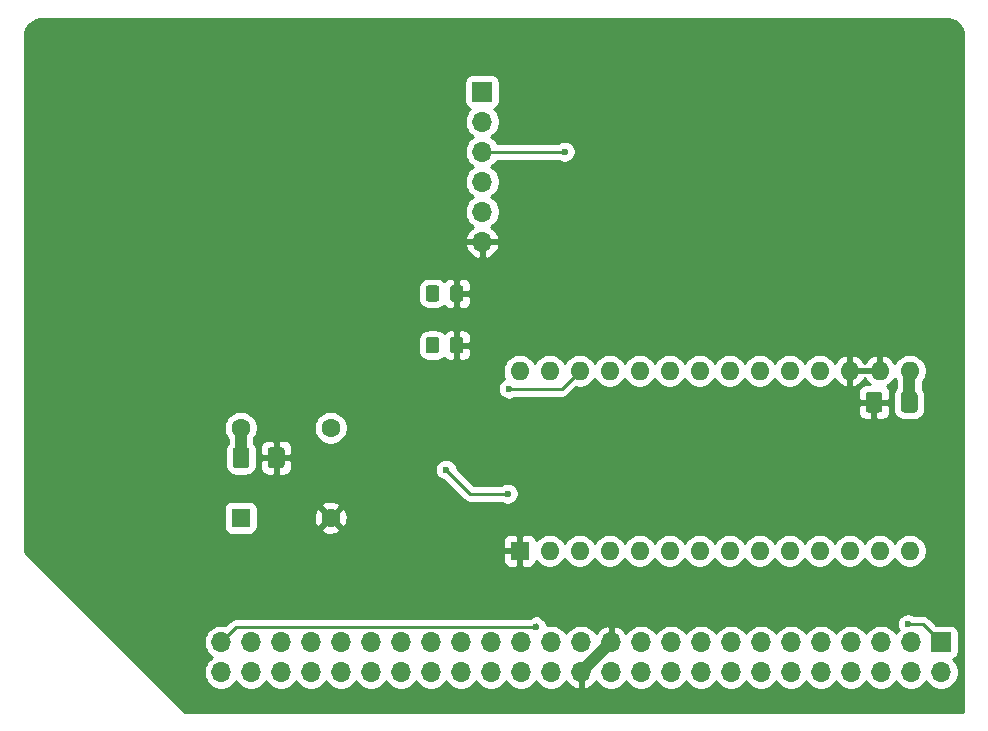
<source format=gbr>
%TF.GenerationSoftware,KiCad,Pcbnew,(5.1.6-0-10_14)*%
%TF.CreationDate,2021-01-13T00:48:19+01:00*%
%TF.ProjectId,serial_board,73657269-616c-45f6-926f-6172642e6b69,rev?*%
%TF.SameCoordinates,Original*%
%TF.FileFunction,Copper,L2,Bot*%
%TF.FilePolarity,Positive*%
%FSLAX46Y46*%
G04 Gerber Fmt 4.6, Leading zero omitted, Abs format (unit mm)*
G04 Created by KiCad (PCBNEW (5.1.6-0-10_14)) date 2021-01-13 00:48:19*
%MOMM*%
%LPD*%
G01*
G04 APERTURE LIST*
%TA.AperFunction,ComponentPad*%
%ADD10C,1.600000*%
%TD*%
%TA.AperFunction,ComponentPad*%
%ADD11R,1.600000X1.600000*%
%TD*%
%TA.AperFunction,ComponentPad*%
%ADD12O,1.600000X1.600000*%
%TD*%
%TA.AperFunction,ComponentPad*%
%ADD13O,1.700000X1.700000*%
%TD*%
%TA.AperFunction,ComponentPad*%
%ADD14R,1.700000X1.700000*%
%TD*%
%TA.AperFunction,ViaPad*%
%ADD15C,0.600000*%
%TD*%
%TA.AperFunction,ViaPad*%
%ADD16C,0.800000*%
%TD*%
%TA.AperFunction,Conductor*%
%ADD17C,1.000000*%
%TD*%
%TA.AperFunction,Conductor*%
%ADD18C,0.250000*%
%TD*%
%TA.AperFunction,Conductor*%
%ADD19C,0.254000*%
%TD*%
G04 APERTURE END LIST*
%TO.P,R2,2*%
%TO.N,Net-(D2-Pad1)*%
%TA.AperFunction,SMDPad,CuDef*%
G36*
G01*
X35745000Y36581501D02*
X35745000Y35681499D01*
G75*
G02*
X35495001Y35431500I-249999J0D01*
G01*
X34844999Y35431500D01*
G75*
G02*
X34595000Y35681499I0J249999D01*
G01*
X34595000Y36581501D01*
G75*
G02*
X34844999Y36831500I249999J0D01*
G01*
X35495001Y36831500D01*
G75*
G02*
X35745000Y36581501I0J-249999D01*
G01*
G37*
%TD.AperFunction*%
%TO.P,R2,1*%
%TO.N,GND*%
%TA.AperFunction,SMDPad,CuDef*%
G36*
G01*
X37795000Y36581501D02*
X37795000Y35681499D01*
G75*
G02*
X37545001Y35431500I-249999J0D01*
G01*
X36894999Y35431500D01*
G75*
G02*
X36645000Y35681499I0J249999D01*
G01*
X36645000Y36581501D01*
G75*
G02*
X36894999Y36831500I249999J0D01*
G01*
X37545001Y36831500D01*
G75*
G02*
X37795000Y36581501I0J-249999D01*
G01*
G37*
%TD.AperFunction*%
%TD*%
%TO.P,R1,2*%
%TO.N,Net-(D1-Pad1)*%
%TA.AperFunction,SMDPad,CuDef*%
G36*
G01*
X35745000Y32200001D02*
X35745000Y31299999D01*
G75*
G02*
X35495001Y31050000I-249999J0D01*
G01*
X34844999Y31050000D01*
G75*
G02*
X34595000Y31299999I0J249999D01*
G01*
X34595000Y32200001D01*
G75*
G02*
X34844999Y32450000I249999J0D01*
G01*
X35495001Y32450000D01*
G75*
G02*
X35745000Y32200001I0J-249999D01*
G01*
G37*
%TD.AperFunction*%
%TO.P,R1,1*%
%TO.N,GND*%
%TA.AperFunction,SMDPad,CuDef*%
G36*
G01*
X37795000Y32200001D02*
X37795000Y31299999D01*
G75*
G02*
X37545001Y31050000I-249999J0D01*
G01*
X36894999Y31050000D01*
G75*
G02*
X36645000Y31299999I0J249999D01*
G01*
X36645000Y32200001D01*
G75*
G02*
X36894999Y32450000I249999J0D01*
G01*
X37545001Y32450000D01*
G75*
G02*
X37795000Y32200001I0J-249999D01*
G01*
G37*
%TD.AperFunction*%
%TD*%
D10*
%TO.P,X1,4*%
%TO.N,GND*%
X26543000Y17145000D03*
%TO.P,X1,5*%
%TO.N,Net-(U1-Pad6)*%
X26543000Y24765000D03*
%TO.P,X1,8*%
%TO.N,+5V*%
X18923000Y24765000D03*
D11*
%TO.P,X1,1*%
%TO.N,Net-(X1-Pad1)*%
X18923000Y17145000D03*
%TD*%
D12*
%TO.P,U1,28*%
%TO.N,R~W~*%
X42545000Y29591000D03*
%TO.P,U1,14*%
%TO.N,A1*%
X75565000Y14351000D03*
%TO.P,U1,27*%
%TO.N,CLK*%
X45085000Y29591000D03*
%TO.P,U1,13*%
%TO.N,A0*%
X73025000Y14351000D03*
%TO.P,U1,26*%
%TO.N,~SLOT_IRQ~*%
X47625000Y29591000D03*
%TO.P,U1,12*%
%TO.N,Net-(J2-Pad3)*%
X70485000Y14351000D03*
%TO.P,U1,25*%
%TO.N,D7*%
X50165000Y29591000D03*
%TO.P,U1,11*%
%TO.N,Net-(D2-Pad2)*%
X67945000Y14351000D03*
%TO.P,U1,24*%
%TO.N,D6*%
X52705000Y29591000D03*
%TO.P,U1,10*%
%TO.N,Net-(D1-Pad2)*%
X65405000Y14351000D03*
%TO.P,U1,23*%
%TO.N,D5*%
X55245000Y29591000D03*
%TO.P,U1,9*%
%TO.N,Net-(J2-Pad5)*%
X62865000Y14351000D03*
%TO.P,U1,22*%
%TO.N,D4*%
X57785000Y29591000D03*
%TO.P,U1,8*%
%TO.N,Net-(U1-Pad8)*%
X60325000Y14351000D03*
%TO.P,U1,21*%
%TO.N,D3*%
X60325000Y29591000D03*
%TO.P,U1,7*%
%TO.N,Net-(U1-Pad7)*%
X57785000Y14351000D03*
%TO.P,U1,20*%
%TO.N,D2*%
X62865000Y29591000D03*
%TO.P,U1,6*%
%TO.N,Net-(U1-Pad6)*%
X55245000Y14351000D03*
%TO.P,U1,19*%
%TO.N,D1*%
X65405000Y29591000D03*
%TO.P,U1,5*%
%TO.N,Net-(U1-Pad5)*%
X52705000Y14351000D03*
%TO.P,U1,18*%
%TO.N,D0*%
X67945000Y29591000D03*
%TO.P,U1,4*%
%TO.N,~RESET~*%
X50165000Y14351000D03*
%TO.P,U1,17*%
%TO.N,GND*%
X70485000Y29591000D03*
%TO.P,U1,3*%
%TO.N,~SLOT_SEL~*%
X47625000Y14351000D03*
%TO.P,U1,16*%
%TO.N,GND*%
X73025000Y29591000D03*
%TO.P,U1,2*%
%TO.N,Net-(U1-Pad2)*%
X45085000Y14351000D03*
%TO.P,U1,15*%
%TO.N,+5V*%
X75565000Y29591000D03*
D11*
%TO.P,U1,1*%
%TO.N,GND*%
X42545000Y14351000D03*
%TD*%
D13*
%TO.P,J2,6*%
%TO.N,GND*%
X39370000Y40513000D03*
%TO.P,J2,5*%
%TO.N,Net-(J2-Pad5)*%
X39370000Y43053000D03*
%TO.P,J2,4*%
%TO.N,+5V*%
X39370000Y45593000D03*
%TO.P,J2,3*%
%TO.N,Net-(J2-Pad3)*%
X39370000Y48133000D03*
%TO.P,J2,2*%
%TO.N,Net-(D1-Pad2)*%
X39370000Y50673000D03*
D14*
%TO.P,J2,1*%
%TO.N,Net-(D2-Pad2)*%
X39370000Y53213000D03*
%TD*%
%TO.P,C2,2*%
%TO.N,GND*%
%TA.AperFunction,SMDPad,CuDef*%
G36*
G01*
X73266000Y27549000D02*
X73266000Y26299000D01*
G75*
G02*
X73016000Y26049000I-250000J0D01*
G01*
X72091000Y26049000D01*
G75*
G02*
X71841000Y26299000I0J250000D01*
G01*
X71841000Y27549000D01*
G75*
G02*
X72091000Y27799000I250000J0D01*
G01*
X73016000Y27799000D01*
G75*
G02*
X73266000Y27549000I0J-250000D01*
G01*
G37*
%TD.AperFunction*%
%TO.P,C2,1*%
%TO.N,+5V*%
%TA.AperFunction,SMDPad,CuDef*%
G36*
G01*
X76241000Y27549000D02*
X76241000Y26299000D01*
G75*
G02*
X75991000Y26049000I-250000J0D01*
G01*
X75066000Y26049000D01*
G75*
G02*
X74816000Y26299000I0J250000D01*
G01*
X74816000Y27549000D01*
G75*
G02*
X75066000Y27799000I250000J0D01*
G01*
X75991000Y27799000D01*
G75*
G02*
X76241000Y27549000I0J-250000D01*
G01*
G37*
%TD.AperFunction*%
%TD*%
%TO.P,C1,2*%
%TO.N,GND*%
%TA.AperFunction,SMDPad,CuDef*%
G36*
G01*
X21222000Y21600000D02*
X21222000Y22850000D01*
G75*
G02*
X21472000Y23100000I250000J0D01*
G01*
X22397000Y23100000D01*
G75*
G02*
X22647000Y22850000I0J-250000D01*
G01*
X22647000Y21600000D01*
G75*
G02*
X22397000Y21350000I-250000J0D01*
G01*
X21472000Y21350000D01*
G75*
G02*
X21222000Y21600000I0J250000D01*
G01*
G37*
%TD.AperFunction*%
%TO.P,C1,1*%
%TO.N,+5V*%
%TA.AperFunction,SMDPad,CuDef*%
G36*
G01*
X18247000Y21600000D02*
X18247000Y22850000D01*
G75*
G02*
X18497000Y23100000I250000J0D01*
G01*
X19422000Y23100000D01*
G75*
G02*
X19672000Y22850000I0J-250000D01*
G01*
X19672000Y21600000D01*
G75*
G02*
X19422000Y21350000I-250000J0D01*
G01*
X18497000Y21350000D01*
G75*
G02*
X18247000Y21600000I0J250000D01*
G01*
G37*
%TD.AperFunction*%
%TD*%
D13*
%TO.P,J1,50*%
%TO.N,~NMI~*%
X17272000Y4064000D03*
%TO.P,J1,49*%
%TO.N,~RESET~*%
X17272000Y6604000D03*
%TO.P,J1,48*%
%TO.N,~SLOT_IRQ~*%
X19812000Y4064000D03*
%TO.P,J1,47*%
%TO.N,SYNC*%
X19812000Y6604000D03*
%TO.P,J1,46*%
%TO.N,EX3*%
X22352000Y4064000D03*
%TO.P,J1,45*%
%TO.N,~IRQ~*%
X22352000Y6604000D03*
%TO.P,J1,44*%
%TO.N,EX2*%
X24892000Y4064000D03*
%TO.P,J1,43*%
%TO.N,R~W~*%
X24892000Y6604000D03*
%TO.P,J1,42*%
%TO.N,CLK_12M*%
X27432000Y4064000D03*
%TO.P,J1,41*%
%TO.N,CLK*%
X27432000Y6604000D03*
%TO.P,J1,40*%
%TO.N,LED4*%
X29972000Y4064000D03*
%TO.P,J1,39*%
%TO.N,BE*%
X29972000Y6604000D03*
%TO.P,J1,38*%
%TO.N,LED3*%
X32512000Y4064000D03*
%TO.P,J1,37*%
%TO.N,RDY*%
X32512000Y6604000D03*
%TO.P,J1,36*%
%TO.N,LED2*%
X35052000Y4064000D03*
%TO.P,J1,35*%
%TO.N,A15*%
X35052000Y6604000D03*
%TO.P,J1,34*%
%TO.N,LED1*%
X37592000Y4064000D03*
%TO.P,J1,33*%
%TO.N,A14*%
X37592000Y6604000D03*
%TO.P,J1,32*%
%TO.N,~SLOT_SEL~*%
X40132000Y4064000D03*
%TO.P,J1,31*%
%TO.N,A13*%
X40132000Y6604000D03*
%TO.P,J1,30*%
%TO.N,~INH~*%
X42672000Y4064000D03*
%TO.P,J1,29*%
%TO.N,A12*%
X42672000Y6604000D03*
%TO.P,J1,28*%
%TO.N,~SSEL~*%
X45212000Y4064000D03*
%TO.P,J1,27*%
%TO.N,A11*%
X45212000Y6604000D03*
%TO.P,J1,26*%
%TO.N,GND*%
X47752000Y4064000D03*
%TO.P,J1,25*%
%TO.N,+5V*%
X47752000Y6604000D03*
%TO.P,J1,24*%
X50292000Y4064000D03*
%TO.P,J1,23*%
%TO.N,GND*%
X50292000Y6604000D03*
%TO.P,J1,22*%
%TO.N,~SLOW~*%
X52832000Y4064000D03*
%TO.P,J1,21*%
%TO.N,A10*%
X52832000Y6604000D03*
%TO.P,J1,20*%
%TO.N,EX1*%
X55372000Y4064000D03*
%TO.P,J1,19*%
%TO.N,A9*%
X55372000Y6604000D03*
%TO.P,J1,18*%
%TO.N,EX0*%
X57912000Y4064000D03*
%TO.P,J1,17*%
%TO.N,A8*%
X57912000Y6604000D03*
%TO.P,J1,16*%
%TO.N,D7*%
X60452000Y4064000D03*
%TO.P,J1,15*%
%TO.N,A7*%
X60452000Y6604000D03*
%TO.P,J1,14*%
%TO.N,D6*%
X62992000Y4064000D03*
%TO.P,J1,13*%
%TO.N,A6*%
X62992000Y6604000D03*
%TO.P,J1,12*%
%TO.N,D5*%
X65532000Y4064000D03*
%TO.P,J1,11*%
%TO.N,A5*%
X65532000Y6604000D03*
%TO.P,J1,10*%
%TO.N,D4*%
X68072000Y4064000D03*
%TO.P,J1,9*%
%TO.N,A4*%
X68072000Y6604000D03*
%TO.P,J1,8*%
%TO.N,D3*%
X70612000Y4064000D03*
%TO.P,J1,7*%
%TO.N,A3*%
X70612000Y6604000D03*
%TO.P,J1,6*%
%TO.N,D2*%
X73152000Y4064000D03*
%TO.P,J1,5*%
%TO.N,A2*%
X73152000Y6604000D03*
%TO.P,J1,4*%
%TO.N,D1*%
X75692000Y4064000D03*
%TO.P,J1,3*%
%TO.N,A1*%
X75692000Y6604000D03*
%TO.P,J1,2*%
%TO.N,D0*%
X78232000Y4064000D03*
D14*
%TO.P,J1,1*%
%TO.N,A0*%
X78232000Y6604000D03*
%TD*%
D15*
%TO.N,A0*%
X75438000Y8128000D03*
%TO.N,~RESET~*%
X43942000Y7874000D03*
%TO.N,~SLOT_IRQ~*%
X41656000Y28067000D03*
%TO.N,Net-(J2-Pad3)*%
X46355000Y48133000D03*
%TO.N,Net-(U1-Pad6)*%
X41529000Y19177000D03*
X36322000Y21209000D03*
D16*
%TO.N,Net-(D1-Pad1)*%
X35179000Y31750000D03*
%TO.N,Net-(D2-Pad1)*%
X35179000Y36131500D03*
%TD*%
D17*
%TO.N,GND*%
X50292000Y6604000D02*
X47752000Y4064000D01*
%TO.N,+5V*%
X75528500Y29554500D02*
X75565000Y29591000D01*
X75528500Y26924000D02*
X75528500Y29554500D01*
X18959500Y24728500D02*
X18923000Y24765000D01*
X18959500Y22225000D02*
X18959500Y24728500D01*
D18*
%TO.N,A0*%
X76708000Y8128000D02*
X75438000Y8128000D01*
X78232000Y6604000D02*
X76708000Y8128000D01*
%TO.N,~RESET~*%
X43942000Y8128000D02*
X43942000Y8128000D01*
X17272000Y6604000D02*
X18542000Y7874000D01*
X18542000Y7874000D02*
X43942000Y7874000D01*
%TO.N,~SLOT_IRQ~*%
X46101000Y28067000D02*
X47625000Y29591000D01*
X41656000Y28067000D02*
X46101000Y28067000D01*
%TO.N,Net-(J2-Pad3)*%
X46355000Y48133000D02*
X39370000Y48133000D01*
%TO.N,Net-(U1-Pad6)*%
X41529000Y19177000D02*
X38354000Y19177000D01*
X38354000Y19177000D02*
X36322000Y21209000D01*
X36322000Y21209000D02*
X36322000Y21209000D01*
%TD*%
D19*
%TO.N,GND*%
G36*
X2125353Y59386000D02*
G01*
X78646647Y59386000D01*
X78740956Y59395289D01*
X78903542Y59379347D01*
X79183018Y59294969D01*
X79440780Y59157915D01*
X79667015Y58973401D01*
X79853103Y58748460D01*
X79991956Y58491658D01*
X80078282Y58212781D01*
X80096365Y58040731D01*
X80087000Y57945646D01*
X80087001Y685000D01*
X14218381Y685000D01*
X8153121Y6750260D01*
X15787000Y6750260D01*
X15787000Y6457740D01*
X15844068Y6170842D01*
X15956010Y5900589D01*
X16118525Y5657368D01*
X16325368Y5450525D01*
X16499760Y5334000D01*
X16325368Y5217475D01*
X16118525Y5010632D01*
X15956010Y4767411D01*
X15844068Y4497158D01*
X15787000Y4210260D01*
X15787000Y3917740D01*
X15844068Y3630842D01*
X15956010Y3360589D01*
X16118525Y3117368D01*
X16325368Y2910525D01*
X16568589Y2748010D01*
X16838842Y2636068D01*
X17125740Y2579000D01*
X17418260Y2579000D01*
X17705158Y2636068D01*
X17975411Y2748010D01*
X18218632Y2910525D01*
X18425475Y3117368D01*
X18542000Y3291760D01*
X18658525Y3117368D01*
X18865368Y2910525D01*
X19108589Y2748010D01*
X19378842Y2636068D01*
X19665740Y2579000D01*
X19958260Y2579000D01*
X20245158Y2636068D01*
X20515411Y2748010D01*
X20758632Y2910525D01*
X20965475Y3117368D01*
X21082000Y3291760D01*
X21198525Y3117368D01*
X21405368Y2910525D01*
X21648589Y2748010D01*
X21918842Y2636068D01*
X22205740Y2579000D01*
X22498260Y2579000D01*
X22785158Y2636068D01*
X23055411Y2748010D01*
X23298632Y2910525D01*
X23505475Y3117368D01*
X23622000Y3291760D01*
X23738525Y3117368D01*
X23945368Y2910525D01*
X24188589Y2748010D01*
X24458842Y2636068D01*
X24745740Y2579000D01*
X25038260Y2579000D01*
X25325158Y2636068D01*
X25595411Y2748010D01*
X25838632Y2910525D01*
X26045475Y3117368D01*
X26162000Y3291760D01*
X26278525Y3117368D01*
X26485368Y2910525D01*
X26728589Y2748010D01*
X26998842Y2636068D01*
X27285740Y2579000D01*
X27578260Y2579000D01*
X27865158Y2636068D01*
X28135411Y2748010D01*
X28378632Y2910525D01*
X28585475Y3117368D01*
X28702000Y3291760D01*
X28818525Y3117368D01*
X29025368Y2910525D01*
X29268589Y2748010D01*
X29538842Y2636068D01*
X29825740Y2579000D01*
X30118260Y2579000D01*
X30405158Y2636068D01*
X30675411Y2748010D01*
X30918632Y2910525D01*
X31125475Y3117368D01*
X31242000Y3291760D01*
X31358525Y3117368D01*
X31565368Y2910525D01*
X31808589Y2748010D01*
X32078842Y2636068D01*
X32365740Y2579000D01*
X32658260Y2579000D01*
X32945158Y2636068D01*
X33215411Y2748010D01*
X33458632Y2910525D01*
X33665475Y3117368D01*
X33782000Y3291760D01*
X33898525Y3117368D01*
X34105368Y2910525D01*
X34348589Y2748010D01*
X34618842Y2636068D01*
X34905740Y2579000D01*
X35198260Y2579000D01*
X35485158Y2636068D01*
X35755411Y2748010D01*
X35998632Y2910525D01*
X36205475Y3117368D01*
X36322000Y3291760D01*
X36438525Y3117368D01*
X36645368Y2910525D01*
X36888589Y2748010D01*
X37158842Y2636068D01*
X37445740Y2579000D01*
X37738260Y2579000D01*
X38025158Y2636068D01*
X38295411Y2748010D01*
X38538632Y2910525D01*
X38745475Y3117368D01*
X38862000Y3291760D01*
X38978525Y3117368D01*
X39185368Y2910525D01*
X39428589Y2748010D01*
X39698842Y2636068D01*
X39985740Y2579000D01*
X40278260Y2579000D01*
X40565158Y2636068D01*
X40835411Y2748010D01*
X41078632Y2910525D01*
X41285475Y3117368D01*
X41402000Y3291760D01*
X41518525Y3117368D01*
X41725368Y2910525D01*
X41968589Y2748010D01*
X42238842Y2636068D01*
X42525740Y2579000D01*
X42818260Y2579000D01*
X43105158Y2636068D01*
X43375411Y2748010D01*
X43618632Y2910525D01*
X43825475Y3117368D01*
X43942000Y3291760D01*
X44058525Y3117368D01*
X44265368Y2910525D01*
X44508589Y2748010D01*
X44778842Y2636068D01*
X45065740Y2579000D01*
X45358260Y2579000D01*
X45645158Y2636068D01*
X45915411Y2748010D01*
X46158632Y2910525D01*
X46365475Y3117368D01*
X46487195Y3299534D01*
X46556822Y3182645D01*
X46751731Y2966412D01*
X46985080Y2792359D01*
X47247901Y2667175D01*
X47395110Y2622524D01*
X47625000Y2743845D01*
X47625000Y3937000D01*
X47605000Y3937000D01*
X47605000Y4191000D01*
X47625000Y4191000D01*
X47625000Y4211000D01*
X47879000Y4211000D01*
X47879000Y4191000D01*
X47899000Y4191000D01*
X47899000Y3937000D01*
X47879000Y3937000D01*
X47879000Y2743845D01*
X48108890Y2622524D01*
X48256099Y2667175D01*
X48518920Y2792359D01*
X48752269Y2966412D01*
X48947178Y3182645D01*
X49016805Y3299534D01*
X49138525Y3117368D01*
X49345368Y2910525D01*
X49588589Y2748010D01*
X49858842Y2636068D01*
X50145740Y2579000D01*
X50438260Y2579000D01*
X50725158Y2636068D01*
X50995411Y2748010D01*
X51238632Y2910525D01*
X51445475Y3117368D01*
X51562000Y3291760D01*
X51678525Y3117368D01*
X51885368Y2910525D01*
X52128589Y2748010D01*
X52398842Y2636068D01*
X52685740Y2579000D01*
X52978260Y2579000D01*
X53265158Y2636068D01*
X53535411Y2748010D01*
X53778632Y2910525D01*
X53985475Y3117368D01*
X54102000Y3291760D01*
X54218525Y3117368D01*
X54425368Y2910525D01*
X54668589Y2748010D01*
X54938842Y2636068D01*
X55225740Y2579000D01*
X55518260Y2579000D01*
X55805158Y2636068D01*
X56075411Y2748010D01*
X56318632Y2910525D01*
X56525475Y3117368D01*
X56642000Y3291760D01*
X56758525Y3117368D01*
X56965368Y2910525D01*
X57208589Y2748010D01*
X57478842Y2636068D01*
X57765740Y2579000D01*
X58058260Y2579000D01*
X58345158Y2636068D01*
X58615411Y2748010D01*
X58858632Y2910525D01*
X59065475Y3117368D01*
X59182000Y3291760D01*
X59298525Y3117368D01*
X59505368Y2910525D01*
X59748589Y2748010D01*
X60018842Y2636068D01*
X60305740Y2579000D01*
X60598260Y2579000D01*
X60885158Y2636068D01*
X61155411Y2748010D01*
X61398632Y2910525D01*
X61605475Y3117368D01*
X61722000Y3291760D01*
X61838525Y3117368D01*
X62045368Y2910525D01*
X62288589Y2748010D01*
X62558842Y2636068D01*
X62845740Y2579000D01*
X63138260Y2579000D01*
X63425158Y2636068D01*
X63695411Y2748010D01*
X63938632Y2910525D01*
X64145475Y3117368D01*
X64262000Y3291760D01*
X64378525Y3117368D01*
X64585368Y2910525D01*
X64828589Y2748010D01*
X65098842Y2636068D01*
X65385740Y2579000D01*
X65678260Y2579000D01*
X65965158Y2636068D01*
X66235411Y2748010D01*
X66478632Y2910525D01*
X66685475Y3117368D01*
X66802000Y3291760D01*
X66918525Y3117368D01*
X67125368Y2910525D01*
X67368589Y2748010D01*
X67638842Y2636068D01*
X67925740Y2579000D01*
X68218260Y2579000D01*
X68505158Y2636068D01*
X68775411Y2748010D01*
X69018632Y2910525D01*
X69225475Y3117368D01*
X69342000Y3291760D01*
X69458525Y3117368D01*
X69665368Y2910525D01*
X69908589Y2748010D01*
X70178842Y2636068D01*
X70465740Y2579000D01*
X70758260Y2579000D01*
X71045158Y2636068D01*
X71315411Y2748010D01*
X71558632Y2910525D01*
X71765475Y3117368D01*
X71882000Y3291760D01*
X71998525Y3117368D01*
X72205368Y2910525D01*
X72448589Y2748010D01*
X72718842Y2636068D01*
X73005740Y2579000D01*
X73298260Y2579000D01*
X73585158Y2636068D01*
X73855411Y2748010D01*
X74098632Y2910525D01*
X74305475Y3117368D01*
X74422000Y3291760D01*
X74538525Y3117368D01*
X74745368Y2910525D01*
X74988589Y2748010D01*
X75258842Y2636068D01*
X75545740Y2579000D01*
X75838260Y2579000D01*
X76125158Y2636068D01*
X76395411Y2748010D01*
X76638632Y2910525D01*
X76845475Y3117368D01*
X76962000Y3291760D01*
X77078525Y3117368D01*
X77285368Y2910525D01*
X77528589Y2748010D01*
X77798842Y2636068D01*
X78085740Y2579000D01*
X78378260Y2579000D01*
X78665158Y2636068D01*
X78935411Y2748010D01*
X79178632Y2910525D01*
X79385475Y3117368D01*
X79547990Y3360589D01*
X79659932Y3630842D01*
X79717000Y3917740D01*
X79717000Y4210260D01*
X79659932Y4497158D01*
X79547990Y4767411D01*
X79385475Y5010632D01*
X79253620Y5142487D01*
X79326180Y5164498D01*
X79436494Y5223463D01*
X79533185Y5302815D01*
X79612537Y5399506D01*
X79671502Y5509820D01*
X79707812Y5629518D01*
X79720072Y5754000D01*
X79720072Y7454000D01*
X79707812Y7578482D01*
X79671502Y7698180D01*
X79612537Y7808494D01*
X79533185Y7905185D01*
X79436494Y7984537D01*
X79326180Y8043502D01*
X79206482Y8079812D01*
X79082000Y8092072D01*
X77818730Y8092072D01*
X77271803Y8638998D01*
X77248001Y8668001D01*
X77132276Y8762974D01*
X77000247Y8833546D01*
X76856986Y8877003D01*
X76745333Y8888000D01*
X76745322Y8888000D01*
X76708000Y8891676D01*
X76670678Y8888000D01*
X75983535Y8888000D01*
X75880889Y8956586D01*
X75710729Y9027068D01*
X75530089Y9063000D01*
X75345911Y9063000D01*
X75165271Y9027068D01*
X74995111Y8956586D01*
X74841972Y8854262D01*
X74711738Y8724028D01*
X74609414Y8570889D01*
X74538932Y8400729D01*
X74503000Y8220089D01*
X74503000Y8035911D01*
X74538932Y7855271D01*
X74609414Y7685111D01*
X74634885Y7646992D01*
X74538525Y7550632D01*
X74422000Y7376240D01*
X74305475Y7550632D01*
X74098632Y7757475D01*
X73855411Y7919990D01*
X73585158Y8031932D01*
X73298260Y8089000D01*
X73005740Y8089000D01*
X72718842Y8031932D01*
X72448589Y7919990D01*
X72205368Y7757475D01*
X71998525Y7550632D01*
X71882000Y7376240D01*
X71765475Y7550632D01*
X71558632Y7757475D01*
X71315411Y7919990D01*
X71045158Y8031932D01*
X70758260Y8089000D01*
X70465740Y8089000D01*
X70178842Y8031932D01*
X69908589Y7919990D01*
X69665368Y7757475D01*
X69458525Y7550632D01*
X69342000Y7376240D01*
X69225475Y7550632D01*
X69018632Y7757475D01*
X68775411Y7919990D01*
X68505158Y8031932D01*
X68218260Y8089000D01*
X67925740Y8089000D01*
X67638842Y8031932D01*
X67368589Y7919990D01*
X67125368Y7757475D01*
X66918525Y7550632D01*
X66802000Y7376240D01*
X66685475Y7550632D01*
X66478632Y7757475D01*
X66235411Y7919990D01*
X65965158Y8031932D01*
X65678260Y8089000D01*
X65385740Y8089000D01*
X65098842Y8031932D01*
X64828589Y7919990D01*
X64585368Y7757475D01*
X64378525Y7550632D01*
X64262000Y7376240D01*
X64145475Y7550632D01*
X63938632Y7757475D01*
X63695411Y7919990D01*
X63425158Y8031932D01*
X63138260Y8089000D01*
X62845740Y8089000D01*
X62558842Y8031932D01*
X62288589Y7919990D01*
X62045368Y7757475D01*
X61838525Y7550632D01*
X61722000Y7376240D01*
X61605475Y7550632D01*
X61398632Y7757475D01*
X61155411Y7919990D01*
X60885158Y8031932D01*
X60598260Y8089000D01*
X60305740Y8089000D01*
X60018842Y8031932D01*
X59748589Y7919990D01*
X59505368Y7757475D01*
X59298525Y7550632D01*
X59182000Y7376240D01*
X59065475Y7550632D01*
X58858632Y7757475D01*
X58615411Y7919990D01*
X58345158Y8031932D01*
X58058260Y8089000D01*
X57765740Y8089000D01*
X57478842Y8031932D01*
X57208589Y7919990D01*
X56965368Y7757475D01*
X56758525Y7550632D01*
X56642000Y7376240D01*
X56525475Y7550632D01*
X56318632Y7757475D01*
X56075411Y7919990D01*
X55805158Y8031932D01*
X55518260Y8089000D01*
X55225740Y8089000D01*
X54938842Y8031932D01*
X54668589Y7919990D01*
X54425368Y7757475D01*
X54218525Y7550632D01*
X54102000Y7376240D01*
X53985475Y7550632D01*
X53778632Y7757475D01*
X53535411Y7919990D01*
X53265158Y8031932D01*
X52978260Y8089000D01*
X52685740Y8089000D01*
X52398842Y8031932D01*
X52128589Y7919990D01*
X51885368Y7757475D01*
X51678525Y7550632D01*
X51556805Y7368466D01*
X51487178Y7485355D01*
X51292269Y7701588D01*
X51058920Y7875641D01*
X50796099Y8000825D01*
X50648890Y8045476D01*
X50419000Y7924155D01*
X50419000Y6731000D01*
X50439000Y6731000D01*
X50439000Y6477000D01*
X50419000Y6477000D01*
X50419000Y6457000D01*
X50165000Y6457000D01*
X50165000Y6477000D01*
X50145000Y6477000D01*
X50145000Y6731000D01*
X50165000Y6731000D01*
X50165000Y7924155D01*
X49935110Y8045476D01*
X49787901Y8000825D01*
X49525080Y7875641D01*
X49291731Y7701588D01*
X49096822Y7485355D01*
X49027195Y7368466D01*
X48905475Y7550632D01*
X48698632Y7757475D01*
X48455411Y7919990D01*
X48185158Y8031932D01*
X47898260Y8089000D01*
X47605740Y8089000D01*
X47318842Y8031932D01*
X47048589Y7919990D01*
X46805368Y7757475D01*
X46598525Y7550632D01*
X46482000Y7376240D01*
X46365475Y7550632D01*
X46158632Y7757475D01*
X45915411Y7919990D01*
X45645158Y8031932D01*
X45358260Y8089000D01*
X45065740Y8089000D01*
X44860665Y8048208D01*
X44841068Y8146729D01*
X44770586Y8316889D01*
X44668262Y8470028D01*
X44538028Y8600262D01*
X44537065Y8600906D01*
X44482001Y8668001D01*
X44366276Y8762974D01*
X44234247Y8833546D01*
X44090986Y8877003D01*
X43979333Y8888000D01*
X43904667Y8888000D01*
X43793014Y8877003D01*
X43649753Y8833546D01*
X43517724Y8762974D01*
X43401999Y8668001D01*
X43374095Y8634000D01*
X18579322Y8634000D01*
X18541999Y8637676D01*
X18504676Y8634000D01*
X18504667Y8634000D01*
X18393014Y8623003D01*
X18249753Y8579546D01*
X18117724Y8508974D01*
X18001999Y8414001D01*
X17978201Y8385003D01*
X17638408Y8045210D01*
X17418260Y8089000D01*
X17125740Y8089000D01*
X16838842Y8031932D01*
X16568589Y7919990D01*
X16325368Y7757475D01*
X16118525Y7550632D01*
X15956010Y7307411D01*
X15844068Y7037158D01*
X15787000Y6750260D01*
X8153121Y6750260D01*
X1352381Y13551000D01*
X41106928Y13551000D01*
X41119188Y13426518D01*
X41155498Y13306820D01*
X41214463Y13196506D01*
X41293815Y13099815D01*
X41390506Y13020463D01*
X41500820Y12961498D01*
X41620518Y12925188D01*
X41745000Y12912928D01*
X42259250Y12916000D01*
X42418000Y13074750D01*
X42418000Y14224000D01*
X41268750Y14224000D01*
X41110000Y14065250D01*
X41106928Y13551000D01*
X1352381Y13551000D01*
X685000Y14218380D01*
X685000Y15151000D01*
X41106928Y15151000D01*
X41110000Y14636750D01*
X41268750Y14478000D01*
X42418000Y14478000D01*
X42418000Y15627250D01*
X42672000Y15627250D01*
X42672000Y14478000D01*
X42692000Y14478000D01*
X42692000Y14224000D01*
X42672000Y14224000D01*
X42672000Y13074750D01*
X42830750Y12916000D01*
X43345000Y12912928D01*
X43469482Y12925188D01*
X43589180Y12961498D01*
X43699494Y13020463D01*
X43796185Y13099815D01*
X43875537Y13196506D01*
X43934502Y13306820D01*
X43970812Y13426518D01*
X43971643Y13434961D01*
X44170241Y13236363D01*
X44405273Y13079320D01*
X44666426Y12971147D01*
X44943665Y12916000D01*
X45226335Y12916000D01*
X45503574Y12971147D01*
X45764727Y13079320D01*
X45999759Y13236363D01*
X46199637Y13436241D01*
X46355000Y13668759D01*
X46510363Y13436241D01*
X46710241Y13236363D01*
X46945273Y13079320D01*
X47206426Y12971147D01*
X47483665Y12916000D01*
X47766335Y12916000D01*
X48043574Y12971147D01*
X48304727Y13079320D01*
X48539759Y13236363D01*
X48739637Y13436241D01*
X48895000Y13668759D01*
X49050363Y13436241D01*
X49250241Y13236363D01*
X49485273Y13079320D01*
X49746426Y12971147D01*
X50023665Y12916000D01*
X50306335Y12916000D01*
X50583574Y12971147D01*
X50844727Y13079320D01*
X51079759Y13236363D01*
X51279637Y13436241D01*
X51435000Y13668759D01*
X51590363Y13436241D01*
X51790241Y13236363D01*
X52025273Y13079320D01*
X52286426Y12971147D01*
X52563665Y12916000D01*
X52846335Y12916000D01*
X53123574Y12971147D01*
X53384727Y13079320D01*
X53619759Y13236363D01*
X53819637Y13436241D01*
X53975000Y13668759D01*
X54130363Y13436241D01*
X54330241Y13236363D01*
X54565273Y13079320D01*
X54826426Y12971147D01*
X55103665Y12916000D01*
X55386335Y12916000D01*
X55663574Y12971147D01*
X55924727Y13079320D01*
X56159759Y13236363D01*
X56359637Y13436241D01*
X56515000Y13668759D01*
X56670363Y13436241D01*
X56870241Y13236363D01*
X57105273Y13079320D01*
X57366426Y12971147D01*
X57643665Y12916000D01*
X57926335Y12916000D01*
X58203574Y12971147D01*
X58464727Y13079320D01*
X58699759Y13236363D01*
X58899637Y13436241D01*
X59055000Y13668759D01*
X59210363Y13436241D01*
X59410241Y13236363D01*
X59645273Y13079320D01*
X59906426Y12971147D01*
X60183665Y12916000D01*
X60466335Y12916000D01*
X60743574Y12971147D01*
X61004727Y13079320D01*
X61239759Y13236363D01*
X61439637Y13436241D01*
X61595000Y13668759D01*
X61750363Y13436241D01*
X61950241Y13236363D01*
X62185273Y13079320D01*
X62446426Y12971147D01*
X62723665Y12916000D01*
X63006335Y12916000D01*
X63283574Y12971147D01*
X63544727Y13079320D01*
X63779759Y13236363D01*
X63979637Y13436241D01*
X64135000Y13668759D01*
X64290363Y13436241D01*
X64490241Y13236363D01*
X64725273Y13079320D01*
X64986426Y12971147D01*
X65263665Y12916000D01*
X65546335Y12916000D01*
X65823574Y12971147D01*
X66084727Y13079320D01*
X66319759Y13236363D01*
X66519637Y13436241D01*
X66675000Y13668759D01*
X66830363Y13436241D01*
X67030241Y13236363D01*
X67265273Y13079320D01*
X67526426Y12971147D01*
X67803665Y12916000D01*
X68086335Y12916000D01*
X68363574Y12971147D01*
X68624727Y13079320D01*
X68859759Y13236363D01*
X69059637Y13436241D01*
X69215000Y13668759D01*
X69370363Y13436241D01*
X69570241Y13236363D01*
X69805273Y13079320D01*
X70066426Y12971147D01*
X70343665Y12916000D01*
X70626335Y12916000D01*
X70903574Y12971147D01*
X71164727Y13079320D01*
X71399759Y13236363D01*
X71599637Y13436241D01*
X71755000Y13668759D01*
X71910363Y13436241D01*
X72110241Y13236363D01*
X72345273Y13079320D01*
X72606426Y12971147D01*
X72883665Y12916000D01*
X73166335Y12916000D01*
X73443574Y12971147D01*
X73704727Y13079320D01*
X73939759Y13236363D01*
X74139637Y13436241D01*
X74295000Y13668759D01*
X74450363Y13436241D01*
X74650241Y13236363D01*
X74885273Y13079320D01*
X75146426Y12971147D01*
X75423665Y12916000D01*
X75706335Y12916000D01*
X75983574Y12971147D01*
X76244727Y13079320D01*
X76479759Y13236363D01*
X76679637Y13436241D01*
X76836680Y13671273D01*
X76944853Y13932426D01*
X77000000Y14209665D01*
X77000000Y14492335D01*
X76944853Y14769574D01*
X76836680Y15030727D01*
X76679637Y15265759D01*
X76479759Y15465637D01*
X76244727Y15622680D01*
X75983574Y15730853D01*
X75706335Y15786000D01*
X75423665Y15786000D01*
X75146426Y15730853D01*
X74885273Y15622680D01*
X74650241Y15465637D01*
X74450363Y15265759D01*
X74295000Y15033241D01*
X74139637Y15265759D01*
X73939759Y15465637D01*
X73704727Y15622680D01*
X73443574Y15730853D01*
X73166335Y15786000D01*
X72883665Y15786000D01*
X72606426Y15730853D01*
X72345273Y15622680D01*
X72110241Y15465637D01*
X71910363Y15265759D01*
X71755000Y15033241D01*
X71599637Y15265759D01*
X71399759Y15465637D01*
X71164727Y15622680D01*
X70903574Y15730853D01*
X70626335Y15786000D01*
X70343665Y15786000D01*
X70066426Y15730853D01*
X69805273Y15622680D01*
X69570241Y15465637D01*
X69370363Y15265759D01*
X69215000Y15033241D01*
X69059637Y15265759D01*
X68859759Y15465637D01*
X68624727Y15622680D01*
X68363574Y15730853D01*
X68086335Y15786000D01*
X67803665Y15786000D01*
X67526426Y15730853D01*
X67265273Y15622680D01*
X67030241Y15465637D01*
X66830363Y15265759D01*
X66675000Y15033241D01*
X66519637Y15265759D01*
X66319759Y15465637D01*
X66084727Y15622680D01*
X65823574Y15730853D01*
X65546335Y15786000D01*
X65263665Y15786000D01*
X64986426Y15730853D01*
X64725273Y15622680D01*
X64490241Y15465637D01*
X64290363Y15265759D01*
X64135000Y15033241D01*
X63979637Y15265759D01*
X63779759Y15465637D01*
X63544727Y15622680D01*
X63283574Y15730853D01*
X63006335Y15786000D01*
X62723665Y15786000D01*
X62446426Y15730853D01*
X62185273Y15622680D01*
X61950241Y15465637D01*
X61750363Y15265759D01*
X61595000Y15033241D01*
X61439637Y15265759D01*
X61239759Y15465637D01*
X61004727Y15622680D01*
X60743574Y15730853D01*
X60466335Y15786000D01*
X60183665Y15786000D01*
X59906426Y15730853D01*
X59645273Y15622680D01*
X59410241Y15465637D01*
X59210363Y15265759D01*
X59055000Y15033241D01*
X58899637Y15265759D01*
X58699759Y15465637D01*
X58464727Y15622680D01*
X58203574Y15730853D01*
X57926335Y15786000D01*
X57643665Y15786000D01*
X57366426Y15730853D01*
X57105273Y15622680D01*
X56870241Y15465637D01*
X56670363Y15265759D01*
X56515000Y15033241D01*
X56359637Y15265759D01*
X56159759Y15465637D01*
X55924727Y15622680D01*
X55663574Y15730853D01*
X55386335Y15786000D01*
X55103665Y15786000D01*
X54826426Y15730853D01*
X54565273Y15622680D01*
X54330241Y15465637D01*
X54130363Y15265759D01*
X53975000Y15033241D01*
X53819637Y15265759D01*
X53619759Y15465637D01*
X53384727Y15622680D01*
X53123574Y15730853D01*
X52846335Y15786000D01*
X52563665Y15786000D01*
X52286426Y15730853D01*
X52025273Y15622680D01*
X51790241Y15465637D01*
X51590363Y15265759D01*
X51435000Y15033241D01*
X51279637Y15265759D01*
X51079759Y15465637D01*
X50844727Y15622680D01*
X50583574Y15730853D01*
X50306335Y15786000D01*
X50023665Y15786000D01*
X49746426Y15730853D01*
X49485273Y15622680D01*
X49250241Y15465637D01*
X49050363Y15265759D01*
X48895000Y15033241D01*
X48739637Y15265759D01*
X48539759Y15465637D01*
X48304727Y15622680D01*
X48043574Y15730853D01*
X47766335Y15786000D01*
X47483665Y15786000D01*
X47206426Y15730853D01*
X46945273Y15622680D01*
X46710241Y15465637D01*
X46510363Y15265759D01*
X46355000Y15033241D01*
X46199637Y15265759D01*
X45999759Y15465637D01*
X45764727Y15622680D01*
X45503574Y15730853D01*
X45226335Y15786000D01*
X44943665Y15786000D01*
X44666426Y15730853D01*
X44405273Y15622680D01*
X44170241Y15465637D01*
X43971643Y15267039D01*
X43970812Y15275482D01*
X43934502Y15395180D01*
X43875537Y15505494D01*
X43796185Y15602185D01*
X43699494Y15681537D01*
X43589180Y15740502D01*
X43469482Y15776812D01*
X43345000Y15789072D01*
X42830750Y15786000D01*
X42672000Y15627250D01*
X42418000Y15627250D01*
X42259250Y15786000D01*
X41745000Y15789072D01*
X41620518Y15776812D01*
X41500820Y15740502D01*
X41390506Y15681537D01*
X41293815Y15602185D01*
X41214463Y15505494D01*
X41155498Y15395180D01*
X41119188Y15275482D01*
X41106928Y15151000D01*
X685000Y15151000D01*
X685000Y17945000D01*
X17484928Y17945000D01*
X17484928Y16345000D01*
X17497188Y16220518D01*
X17533498Y16100820D01*
X17592463Y15990506D01*
X17671815Y15893815D01*
X17768506Y15814463D01*
X17878820Y15755498D01*
X17998518Y15719188D01*
X18123000Y15706928D01*
X19723000Y15706928D01*
X19847482Y15719188D01*
X19967180Y15755498D01*
X20077494Y15814463D01*
X20174185Y15893815D01*
X20253537Y15990506D01*
X20312502Y16100820D01*
X20328117Y16152298D01*
X25729903Y16152298D01*
X25801486Y15908329D01*
X26056996Y15787429D01*
X26331184Y15718700D01*
X26613512Y15704783D01*
X26893130Y15746213D01*
X27159292Y15841397D01*
X27284514Y15908329D01*
X27356097Y16152298D01*
X26543000Y16965395D01*
X25729903Y16152298D01*
X20328117Y16152298D01*
X20348812Y16220518D01*
X20361072Y16345000D01*
X20361072Y17074488D01*
X25102783Y17074488D01*
X25144213Y16794870D01*
X25239397Y16528708D01*
X25306329Y16403486D01*
X25550298Y16331903D01*
X26363395Y17145000D01*
X26722605Y17145000D01*
X27535702Y16331903D01*
X27779671Y16403486D01*
X27900571Y16658996D01*
X27969300Y16933184D01*
X27983217Y17215512D01*
X27941787Y17495130D01*
X27846603Y17761292D01*
X27779671Y17886514D01*
X27535702Y17958097D01*
X26722605Y17145000D01*
X26363395Y17145000D01*
X25550298Y17958097D01*
X25306329Y17886514D01*
X25185429Y17631004D01*
X25116700Y17356816D01*
X25102783Y17074488D01*
X20361072Y17074488D01*
X20361072Y17945000D01*
X20348812Y18069482D01*
X20328118Y18137702D01*
X25729903Y18137702D01*
X26543000Y17324605D01*
X27356097Y18137702D01*
X27284514Y18381671D01*
X27029004Y18502571D01*
X26754816Y18571300D01*
X26472488Y18585217D01*
X26192870Y18543787D01*
X25926708Y18448603D01*
X25801486Y18381671D01*
X25729903Y18137702D01*
X20328118Y18137702D01*
X20312502Y18189180D01*
X20253537Y18299494D01*
X20174185Y18396185D01*
X20077494Y18475537D01*
X19967180Y18534502D01*
X19847482Y18570812D01*
X19723000Y18583072D01*
X18123000Y18583072D01*
X17998518Y18570812D01*
X17878820Y18534502D01*
X17768506Y18475537D01*
X17671815Y18396185D01*
X17592463Y18299494D01*
X17533498Y18189180D01*
X17497188Y18069482D01*
X17484928Y17945000D01*
X685000Y17945000D01*
X685000Y24906335D01*
X17488000Y24906335D01*
X17488000Y24623665D01*
X17543147Y24346426D01*
X17651320Y24085273D01*
X17808363Y23850241D01*
X17824501Y23834103D01*
X17824500Y23423693D01*
X17758595Y23343386D01*
X17676528Y23189850D01*
X17625992Y23023254D01*
X17608928Y22850000D01*
X17608928Y21600000D01*
X17625992Y21426746D01*
X17676528Y21260150D01*
X17758595Y21106614D01*
X17869038Y20972038D01*
X18003614Y20861595D01*
X18157150Y20779528D01*
X18323746Y20728992D01*
X18497000Y20711928D01*
X19422000Y20711928D01*
X19595254Y20728992D01*
X19761850Y20779528D01*
X19915386Y20861595D01*
X20049962Y20972038D01*
X20160405Y21106614D01*
X20242472Y21260150D01*
X20269727Y21350000D01*
X20583928Y21350000D01*
X20596188Y21225518D01*
X20632498Y21105820D01*
X20691463Y20995506D01*
X20770815Y20898815D01*
X20867506Y20819463D01*
X20977820Y20760498D01*
X21097518Y20724188D01*
X21222000Y20711928D01*
X21648750Y20715000D01*
X21807500Y20873750D01*
X21807500Y22098000D01*
X22061500Y22098000D01*
X22061500Y20873750D01*
X22220250Y20715000D01*
X22647000Y20711928D01*
X22771482Y20724188D01*
X22891180Y20760498D01*
X23001494Y20819463D01*
X23098185Y20898815D01*
X23177537Y20995506D01*
X23236502Y21105820D01*
X23272812Y21225518D01*
X23280254Y21301089D01*
X35387000Y21301089D01*
X35387000Y21116911D01*
X35422932Y20936271D01*
X35493414Y20766111D01*
X35595738Y20612972D01*
X35725972Y20482738D01*
X35879111Y20380414D01*
X36049271Y20309932D01*
X36170352Y20285847D01*
X37790201Y18665997D01*
X37813999Y18636999D01*
X37842997Y18613201D01*
X37929723Y18542026D01*
X38003538Y18502571D01*
X38061753Y18471454D01*
X38205014Y18427997D01*
X38316667Y18417000D01*
X38316677Y18417000D01*
X38354000Y18413324D01*
X38391323Y18417000D01*
X40983465Y18417000D01*
X41086111Y18348414D01*
X41256271Y18277932D01*
X41436911Y18242000D01*
X41621089Y18242000D01*
X41801729Y18277932D01*
X41971889Y18348414D01*
X42125028Y18450738D01*
X42255262Y18580972D01*
X42357586Y18734111D01*
X42428068Y18904271D01*
X42464000Y19084911D01*
X42464000Y19269089D01*
X42428068Y19449729D01*
X42357586Y19619889D01*
X42255262Y19773028D01*
X42125028Y19903262D01*
X41971889Y20005586D01*
X41801729Y20076068D01*
X41621089Y20112000D01*
X41436911Y20112000D01*
X41256271Y20076068D01*
X41086111Y20005586D01*
X40983465Y19937000D01*
X38668802Y19937000D01*
X37245153Y21360648D01*
X37221068Y21481729D01*
X37150586Y21651889D01*
X37048262Y21805028D01*
X36918028Y21935262D01*
X36764889Y22037586D01*
X36594729Y22108068D01*
X36414089Y22144000D01*
X36229911Y22144000D01*
X36049271Y22108068D01*
X35879111Y22037586D01*
X35725972Y21935262D01*
X35595738Y21805028D01*
X35493414Y21651889D01*
X35422932Y21481729D01*
X35387000Y21301089D01*
X23280254Y21301089D01*
X23285072Y21350000D01*
X23282000Y21939250D01*
X23123250Y22098000D01*
X22061500Y22098000D01*
X21807500Y22098000D01*
X20745750Y22098000D01*
X20587000Y21939250D01*
X20583928Y21350000D01*
X20269727Y21350000D01*
X20293008Y21426746D01*
X20310072Y21600000D01*
X20310072Y22850000D01*
X20293008Y23023254D01*
X20269728Y23100000D01*
X20583928Y23100000D01*
X20587000Y22510750D01*
X20745750Y22352000D01*
X21807500Y22352000D01*
X21807500Y23576250D01*
X22061500Y23576250D01*
X22061500Y22352000D01*
X23123250Y22352000D01*
X23282000Y22510750D01*
X23285072Y23100000D01*
X23272812Y23224482D01*
X23236502Y23344180D01*
X23177537Y23454494D01*
X23098185Y23551185D01*
X23001494Y23630537D01*
X22891180Y23689502D01*
X22771482Y23725812D01*
X22647000Y23738072D01*
X22220250Y23735000D01*
X22061500Y23576250D01*
X21807500Y23576250D01*
X21648750Y23735000D01*
X21222000Y23738072D01*
X21097518Y23725812D01*
X20977820Y23689502D01*
X20867506Y23630537D01*
X20770815Y23551185D01*
X20691463Y23454494D01*
X20632498Y23344180D01*
X20596188Y23224482D01*
X20583928Y23100000D01*
X20269728Y23100000D01*
X20242472Y23189850D01*
X20160405Y23343386D01*
X20094500Y23423692D01*
X20094500Y23935343D01*
X20194680Y24085273D01*
X20302853Y24346426D01*
X20358000Y24623665D01*
X20358000Y24906335D01*
X25108000Y24906335D01*
X25108000Y24623665D01*
X25163147Y24346426D01*
X25271320Y24085273D01*
X25428363Y23850241D01*
X25628241Y23650363D01*
X25863273Y23493320D01*
X26124426Y23385147D01*
X26401665Y23330000D01*
X26684335Y23330000D01*
X26961574Y23385147D01*
X27222727Y23493320D01*
X27457759Y23650363D01*
X27657637Y23850241D01*
X27814680Y24085273D01*
X27922853Y24346426D01*
X27978000Y24623665D01*
X27978000Y24906335D01*
X27922853Y25183574D01*
X27814680Y25444727D01*
X27657637Y25679759D01*
X27457759Y25879637D01*
X27222727Y26036680D01*
X27192984Y26049000D01*
X71202928Y26049000D01*
X71215188Y25924518D01*
X71251498Y25804820D01*
X71310463Y25694506D01*
X71389815Y25597815D01*
X71486506Y25518463D01*
X71596820Y25459498D01*
X71716518Y25423188D01*
X71841000Y25410928D01*
X72267750Y25414000D01*
X72426500Y25572750D01*
X72426500Y26797000D01*
X72680500Y26797000D01*
X72680500Y25572750D01*
X72839250Y25414000D01*
X73266000Y25410928D01*
X73390482Y25423188D01*
X73510180Y25459498D01*
X73620494Y25518463D01*
X73717185Y25597815D01*
X73796537Y25694506D01*
X73855502Y25804820D01*
X73891812Y25924518D01*
X73904072Y26049000D01*
X73901000Y26638250D01*
X73742250Y26797000D01*
X72680500Y26797000D01*
X72426500Y26797000D01*
X71364750Y26797000D01*
X71206000Y26638250D01*
X71202928Y26049000D01*
X27192984Y26049000D01*
X26961574Y26144853D01*
X26684335Y26200000D01*
X26401665Y26200000D01*
X26124426Y26144853D01*
X25863273Y26036680D01*
X25628241Y25879637D01*
X25428363Y25679759D01*
X25271320Y25444727D01*
X25163147Y25183574D01*
X25108000Y24906335D01*
X20358000Y24906335D01*
X20302853Y25183574D01*
X20194680Y25444727D01*
X20037637Y25679759D01*
X19837759Y25879637D01*
X19602727Y26036680D01*
X19341574Y26144853D01*
X19064335Y26200000D01*
X18781665Y26200000D01*
X18504426Y26144853D01*
X18243273Y26036680D01*
X18008241Y25879637D01*
X17808363Y25679759D01*
X17651320Y25444727D01*
X17543147Y25183574D01*
X17488000Y24906335D01*
X685000Y24906335D01*
X685000Y28159089D01*
X40721000Y28159089D01*
X40721000Y27974911D01*
X40756932Y27794271D01*
X40827414Y27624111D01*
X40929738Y27470972D01*
X41059972Y27340738D01*
X41213111Y27238414D01*
X41383271Y27167932D01*
X41563911Y27132000D01*
X41748089Y27132000D01*
X41928729Y27167932D01*
X42098889Y27238414D01*
X42201535Y27307000D01*
X46063678Y27307000D01*
X46101000Y27303324D01*
X46138322Y27307000D01*
X46138333Y27307000D01*
X46249986Y27317997D01*
X46393247Y27361454D01*
X46525276Y27432026D01*
X46641001Y27526999D01*
X46664803Y27556002D01*
X47301114Y28192312D01*
X47483665Y28156000D01*
X47766335Y28156000D01*
X48043574Y28211147D01*
X48304727Y28319320D01*
X48539759Y28476363D01*
X48739637Y28676241D01*
X48895000Y28908759D01*
X49050363Y28676241D01*
X49250241Y28476363D01*
X49485273Y28319320D01*
X49746426Y28211147D01*
X50023665Y28156000D01*
X50306335Y28156000D01*
X50583574Y28211147D01*
X50844727Y28319320D01*
X51079759Y28476363D01*
X51279637Y28676241D01*
X51435000Y28908759D01*
X51590363Y28676241D01*
X51790241Y28476363D01*
X52025273Y28319320D01*
X52286426Y28211147D01*
X52563665Y28156000D01*
X52846335Y28156000D01*
X53123574Y28211147D01*
X53384727Y28319320D01*
X53619759Y28476363D01*
X53819637Y28676241D01*
X53975000Y28908759D01*
X54130363Y28676241D01*
X54330241Y28476363D01*
X54565273Y28319320D01*
X54826426Y28211147D01*
X55103665Y28156000D01*
X55386335Y28156000D01*
X55663574Y28211147D01*
X55924727Y28319320D01*
X56159759Y28476363D01*
X56359637Y28676241D01*
X56515000Y28908759D01*
X56670363Y28676241D01*
X56870241Y28476363D01*
X57105273Y28319320D01*
X57366426Y28211147D01*
X57643665Y28156000D01*
X57926335Y28156000D01*
X58203574Y28211147D01*
X58464727Y28319320D01*
X58699759Y28476363D01*
X58899637Y28676241D01*
X59055000Y28908759D01*
X59210363Y28676241D01*
X59410241Y28476363D01*
X59645273Y28319320D01*
X59906426Y28211147D01*
X60183665Y28156000D01*
X60466335Y28156000D01*
X60743574Y28211147D01*
X61004727Y28319320D01*
X61239759Y28476363D01*
X61439637Y28676241D01*
X61595000Y28908759D01*
X61750363Y28676241D01*
X61950241Y28476363D01*
X62185273Y28319320D01*
X62446426Y28211147D01*
X62723665Y28156000D01*
X63006335Y28156000D01*
X63283574Y28211147D01*
X63544727Y28319320D01*
X63779759Y28476363D01*
X63979637Y28676241D01*
X64135000Y28908759D01*
X64290363Y28676241D01*
X64490241Y28476363D01*
X64725273Y28319320D01*
X64986426Y28211147D01*
X65263665Y28156000D01*
X65546335Y28156000D01*
X65823574Y28211147D01*
X66084727Y28319320D01*
X66319759Y28476363D01*
X66519637Y28676241D01*
X66675000Y28908759D01*
X66830363Y28676241D01*
X67030241Y28476363D01*
X67265273Y28319320D01*
X67526426Y28211147D01*
X67803665Y28156000D01*
X68086335Y28156000D01*
X68363574Y28211147D01*
X68624727Y28319320D01*
X68859759Y28476363D01*
X69059637Y28676241D01*
X69216680Y28911273D01*
X69221067Y28921865D01*
X69332615Y28735869D01*
X69521586Y28527481D01*
X69747580Y28359963D01*
X70001913Y28239754D01*
X70135961Y28199096D01*
X70358000Y28321085D01*
X70358000Y29464000D01*
X70612000Y29464000D01*
X70612000Y28321085D01*
X70834039Y28199096D01*
X70968087Y28239754D01*
X71222420Y28359963D01*
X71448414Y28527481D01*
X71637385Y28735869D01*
X71755000Y28931982D01*
X71872615Y28735869D01*
X72061586Y28527481D01*
X72186914Y28434582D01*
X71841000Y28437072D01*
X71716518Y28424812D01*
X71596820Y28388502D01*
X71486506Y28329537D01*
X71389815Y28250185D01*
X71310463Y28153494D01*
X71251498Y28043180D01*
X71215188Y27923482D01*
X71202928Y27799000D01*
X71206000Y27209750D01*
X71364750Y27051000D01*
X72426500Y27051000D01*
X72426500Y27071000D01*
X72680500Y27071000D01*
X72680500Y27051000D01*
X73742250Y27051000D01*
X73901000Y27209750D01*
X73904072Y27799000D01*
X73891812Y27923482D01*
X73855502Y28043180D01*
X73796537Y28153494D01*
X73717185Y28250185D01*
X73648835Y28306278D01*
X73762420Y28359963D01*
X73988414Y28527481D01*
X74177385Y28735869D01*
X74288933Y28921865D01*
X74293320Y28911273D01*
X74393501Y28761342D01*
X74393500Y28122693D01*
X74327595Y28042386D01*
X74245528Y27888850D01*
X74194992Y27722254D01*
X74177928Y27549000D01*
X74177928Y26299000D01*
X74194992Y26125746D01*
X74245528Y25959150D01*
X74327595Y25805614D01*
X74438038Y25671038D01*
X74572614Y25560595D01*
X74726150Y25478528D01*
X74892746Y25427992D01*
X75066000Y25410928D01*
X75991000Y25410928D01*
X76164254Y25427992D01*
X76330850Y25478528D01*
X76484386Y25560595D01*
X76618962Y25671038D01*
X76729405Y25805614D01*
X76811472Y25959150D01*
X76862008Y26125746D01*
X76879072Y26299000D01*
X76879072Y27549000D01*
X76862008Y27722254D01*
X76811472Y27888850D01*
X76729405Y28042386D01*
X76663500Y28122692D01*
X76663500Y28660104D01*
X76679637Y28676241D01*
X76836680Y28911273D01*
X76944853Y29172426D01*
X77000000Y29449665D01*
X77000000Y29732335D01*
X76944853Y30009574D01*
X76836680Y30270727D01*
X76679637Y30505759D01*
X76479759Y30705637D01*
X76244727Y30862680D01*
X75983574Y30970853D01*
X75706335Y31026000D01*
X75423665Y31026000D01*
X75146426Y30970853D01*
X74885273Y30862680D01*
X74650241Y30705637D01*
X74450363Y30505759D01*
X74293320Y30270727D01*
X74288933Y30260135D01*
X74177385Y30446131D01*
X73988414Y30654519D01*
X73762420Y30822037D01*
X73508087Y30942246D01*
X73374039Y30982904D01*
X73152000Y30860915D01*
X73152000Y29718000D01*
X73172000Y29718000D01*
X73172000Y29464000D01*
X73152000Y29464000D01*
X73152000Y29444000D01*
X72898000Y29444000D01*
X72898000Y29464000D01*
X70612000Y29464000D01*
X70358000Y29464000D01*
X70338000Y29464000D01*
X70338000Y29718000D01*
X70358000Y29718000D01*
X70358000Y30860915D01*
X70612000Y30860915D01*
X70612000Y29718000D01*
X72898000Y29718000D01*
X72898000Y30860915D01*
X72675961Y30982904D01*
X72541913Y30942246D01*
X72287580Y30822037D01*
X72061586Y30654519D01*
X71872615Y30446131D01*
X71755000Y30250018D01*
X71637385Y30446131D01*
X71448414Y30654519D01*
X71222420Y30822037D01*
X70968087Y30942246D01*
X70834039Y30982904D01*
X70612000Y30860915D01*
X70358000Y30860915D01*
X70135961Y30982904D01*
X70001913Y30942246D01*
X69747580Y30822037D01*
X69521586Y30654519D01*
X69332615Y30446131D01*
X69221067Y30260135D01*
X69216680Y30270727D01*
X69059637Y30505759D01*
X68859759Y30705637D01*
X68624727Y30862680D01*
X68363574Y30970853D01*
X68086335Y31026000D01*
X67803665Y31026000D01*
X67526426Y30970853D01*
X67265273Y30862680D01*
X67030241Y30705637D01*
X66830363Y30505759D01*
X66675000Y30273241D01*
X66519637Y30505759D01*
X66319759Y30705637D01*
X66084727Y30862680D01*
X65823574Y30970853D01*
X65546335Y31026000D01*
X65263665Y31026000D01*
X64986426Y30970853D01*
X64725273Y30862680D01*
X64490241Y30705637D01*
X64290363Y30505759D01*
X64135000Y30273241D01*
X63979637Y30505759D01*
X63779759Y30705637D01*
X63544727Y30862680D01*
X63283574Y30970853D01*
X63006335Y31026000D01*
X62723665Y31026000D01*
X62446426Y30970853D01*
X62185273Y30862680D01*
X61950241Y30705637D01*
X61750363Y30505759D01*
X61595000Y30273241D01*
X61439637Y30505759D01*
X61239759Y30705637D01*
X61004727Y30862680D01*
X60743574Y30970853D01*
X60466335Y31026000D01*
X60183665Y31026000D01*
X59906426Y30970853D01*
X59645273Y30862680D01*
X59410241Y30705637D01*
X59210363Y30505759D01*
X59055000Y30273241D01*
X58899637Y30505759D01*
X58699759Y30705637D01*
X58464727Y30862680D01*
X58203574Y30970853D01*
X57926335Y31026000D01*
X57643665Y31026000D01*
X57366426Y30970853D01*
X57105273Y30862680D01*
X56870241Y30705637D01*
X56670363Y30505759D01*
X56515000Y30273241D01*
X56359637Y30505759D01*
X56159759Y30705637D01*
X55924727Y30862680D01*
X55663574Y30970853D01*
X55386335Y31026000D01*
X55103665Y31026000D01*
X54826426Y30970853D01*
X54565273Y30862680D01*
X54330241Y30705637D01*
X54130363Y30505759D01*
X53975000Y30273241D01*
X53819637Y30505759D01*
X53619759Y30705637D01*
X53384727Y30862680D01*
X53123574Y30970853D01*
X52846335Y31026000D01*
X52563665Y31026000D01*
X52286426Y30970853D01*
X52025273Y30862680D01*
X51790241Y30705637D01*
X51590363Y30505759D01*
X51435000Y30273241D01*
X51279637Y30505759D01*
X51079759Y30705637D01*
X50844727Y30862680D01*
X50583574Y30970853D01*
X50306335Y31026000D01*
X50023665Y31026000D01*
X49746426Y30970853D01*
X49485273Y30862680D01*
X49250241Y30705637D01*
X49050363Y30505759D01*
X48895000Y30273241D01*
X48739637Y30505759D01*
X48539759Y30705637D01*
X48304727Y30862680D01*
X48043574Y30970853D01*
X47766335Y31026000D01*
X47483665Y31026000D01*
X47206426Y30970853D01*
X46945273Y30862680D01*
X46710241Y30705637D01*
X46510363Y30505759D01*
X46355000Y30273241D01*
X46199637Y30505759D01*
X45999759Y30705637D01*
X45764727Y30862680D01*
X45503574Y30970853D01*
X45226335Y31026000D01*
X44943665Y31026000D01*
X44666426Y30970853D01*
X44405273Y30862680D01*
X44170241Y30705637D01*
X43970363Y30505759D01*
X43815000Y30273241D01*
X43659637Y30505759D01*
X43459759Y30705637D01*
X43224727Y30862680D01*
X42963574Y30970853D01*
X42686335Y31026000D01*
X42403665Y31026000D01*
X42126426Y30970853D01*
X41865273Y30862680D01*
X41630241Y30705637D01*
X41430363Y30505759D01*
X41273320Y30270727D01*
X41165147Y30009574D01*
X41110000Y29732335D01*
X41110000Y29449665D01*
X41165147Y29172426D01*
X41270049Y28919170D01*
X41213111Y28895586D01*
X41059972Y28793262D01*
X40929738Y28663028D01*
X40827414Y28509889D01*
X40756932Y28339729D01*
X40721000Y28159089D01*
X685000Y28159089D01*
X685000Y32200001D01*
X33956928Y32200001D01*
X33956928Y31299999D01*
X33973992Y31126745D01*
X34024528Y30960149D01*
X34106595Y30806613D01*
X34217038Y30672038D01*
X34351613Y30561595D01*
X34505149Y30479528D01*
X34671745Y30428992D01*
X34844999Y30411928D01*
X35495001Y30411928D01*
X35668255Y30428992D01*
X35834851Y30479528D01*
X35988387Y30561595D01*
X36122962Y30672038D01*
X36128342Y30678594D01*
X36193815Y30598815D01*
X36290506Y30519463D01*
X36400820Y30460498D01*
X36520518Y30424188D01*
X36645000Y30411928D01*
X36934250Y30415000D01*
X37093000Y30573750D01*
X37093000Y31623000D01*
X37347000Y31623000D01*
X37347000Y30573750D01*
X37505750Y30415000D01*
X37795000Y30411928D01*
X37919482Y30424188D01*
X38039180Y30460498D01*
X38149494Y30519463D01*
X38246185Y30598815D01*
X38325537Y30695506D01*
X38384502Y30805820D01*
X38420812Y30925518D01*
X38433072Y31050000D01*
X38430000Y31464250D01*
X38271250Y31623000D01*
X37347000Y31623000D01*
X37093000Y31623000D01*
X37073000Y31623000D01*
X37073000Y31877000D01*
X37093000Y31877000D01*
X37093000Y32926250D01*
X37347000Y32926250D01*
X37347000Y31877000D01*
X38271250Y31877000D01*
X38430000Y32035750D01*
X38433072Y32450000D01*
X38420812Y32574482D01*
X38384502Y32694180D01*
X38325537Y32804494D01*
X38246185Y32901185D01*
X38149494Y32980537D01*
X38039180Y33039502D01*
X37919482Y33075812D01*
X37795000Y33088072D01*
X37505750Y33085000D01*
X37347000Y32926250D01*
X37093000Y32926250D01*
X36934250Y33085000D01*
X36645000Y33088072D01*
X36520518Y33075812D01*
X36400820Y33039502D01*
X36290506Y32980537D01*
X36193815Y32901185D01*
X36128342Y32821406D01*
X36122962Y32827962D01*
X35988387Y32938405D01*
X35834851Y33020472D01*
X35668255Y33071008D01*
X35495001Y33088072D01*
X34844999Y33088072D01*
X34671745Y33071008D01*
X34505149Y33020472D01*
X34351613Y32938405D01*
X34217038Y32827962D01*
X34106595Y32693387D01*
X34024528Y32539851D01*
X33973992Y32373255D01*
X33956928Y32200001D01*
X685000Y32200001D01*
X685000Y36581501D01*
X33956928Y36581501D01*
X33956928Y35681499D01*
X33973992Y35508245D01*
X34024528Y35341649D01*
X34106595Y35188113D01*
X34217038Y35053538D01*
X34351613Y34943095D01*
X34505149Y34861028D01*
X34671745Y34810492D01*
X34844999Y34793428D01*
X35495001Y34793428D01*
X35668255Y34810492D01*
X35834851Y34861028D01*
X35988387Y34943095D01*
X36122962Y35053538D01*
X36128342Y35060094D01*
X36193815Y34980315D01*
X36290506Y34900963D01*
X36400820Y34841998D01*
X36520518Y34805688D01*
X36645000Y34793428D01*
X36934250Y34796500D01*
X37093000Y34955250D01*
X37093000Y36004500D01*
X37347000Y36004500D01*
X37347000Y34955250D01*
X37505750Y34796500D01*
X37795000Y34793428D01*
X37919482Y34805688D01*
X38039180Y34841998D01*
X38149494Y34900963D01*
X38246185Y34980315D01*
X38325537Y35077006D01*
X38384502Y35187320D01*
X38420812Y35307018D01*
X38433072Y35431500D01*
X38430000Y35845750D01*
X38271250Y36004500D01*
X37347000Y36004500D01*
X37093000Y36004500D01*
X37073000Y36004500D01*
X37073000Y36258500D01*
X37093000Y36258500D01*
X37093000Y37307750D01*
X37347000Y37307750D01*
X37347000Y36258500D01*
X38271250Y36258500D01*
X38430000Y36417250D01*
X38433072Y36831500D01*
X38420812Y36955982D01*
X38384502Y37075680D01*
X38325537Y37185994D01*
X38246185Y37282685D01*
X38149494Y37362037D01*
X38039180Y37421002D01*
X37919482Y37457312D01*
X37795000Y37469572D01*
X37505750Y37466500D01*
X37347000Y37307750D01*
X37093000Y37307750D01*
X36934250Y37466500D01*
X36645000Y37469572D01*
X36520518Y37457312D01*
X36400820Y37421002D01*
X36290506Y37362037D01*
X36193815Y37282685D01*
X36128342Y37202906D01*
X36122962Y37209462D01*
X35988387Y37319905D01*
X35834851Y37401972D01*
X35668255Y37452508D01*
X35495001Y37469572D01*
X34844999Y37469572D01*
X34671745Y37452508D01*
X34505149Y37401972D01*
X34351613Y37319905D01*
X34217038Y37209462D01*
X34106595Y37074887D01*
X34024528Y36921351D01*
X33973992Y36754755D01*
X33956928Y36581501D01*
X685000Y36581501D01*
X685000Y40156110D01*
X37928524Y40156110D01*
X37973175Y40008901D01*
X38098359Y39746080D01*
X38272412Y39512731D01*
X38488645Y39317822D01*
X38738748Y39168843D01*
X39013109Y39071519D01*
X39243000Y39192186D01*
X39243000Y40386000D01*
X39497000Y40386000D01*
X39497000Y39192186D01*
X39726891Y39071519D01*
X40001252Y39168843D01*
X40251355Y39317822D01*
X40467588Y39512731D01*
X40641641Y39746080D01*
X40766825Y40008901D01*
X40811476Y40156110D01*
X40690155Y40386000D01*
X39497000Y40386000D01*
X39243000Y40386000D01*
X38049845Y40386000D01*
X37928524Y40156110D01*
X685000Y40156110D01*
X685000Y54063000D01*
X37881928Y54063000D01*
X37881928Y52363000D01*
X37894188Y52238518D01*
X37930498Y52118820D01*
X37989463Y52008506D01*
X38068815Y51911815D01*
X38165506Y51832463D01*
X38275820Y51773498D01*
X38348380Y51751487D01*
X38216525Y51619632D01*
X38054010Y51376411D01*
X37942068Y51106158D01*
X37885000Y50819260D01*
X37885000Y50526740D01*
X37942068Y50239842D01*
X38054010Y49969589D01*
X38216525Y49726368D01*
X38423368Y49519525D01*
X38597760Y49403000D01*
X38423368Y49286475D01*
X38216525Y49079632D01*
X38054010Y48836411D01*
X37942068Y48566158D01*
X37885000Y48279260D01*
X37885000Y47986740D01*
X37942068Y47699842D01*
X38054010Y47429589D01*
X38216525Y47186368D01*
X38423368Y46979525D01*
X38597760Y46863000D01*
X38423368Y46746475D01*
X38216525Y46539632D01*
X38054010Y46296411D01*
X37942068Y46026158D01*
X37885000Y45739260D01*
X37885000Y45446740D01*
X37942068Y45159842D01*
X38054010Y44889589D01*
X38216525Y44646368D01*
X38423368Y44439525D01*
X38597760Y44323000D01*
X38423368Y44206475D01*
X38216525Y43999632D01*
X38054010Y43756411D01*
X37942068Y43486158D01*
X37885000Y43199260D01*
X37885000Y42906740D01*
X37942068Y42619842D01*
X38054010Y42349589D01*
X38216525Y42106368D01*
X38423368Y41899525D01*
X38605534Y41777805D01*
X38488645Y41708178D01*
X38272412Y41513269D01*
X38098359Y41279920D01*
X37973175Y41017099D01*
X37928524Y40869890D01*
X38049845Y40640000D01*
X39243000Y40640000D01*
X39243000Y40660000D01*
X39497000Y40660000D01*
X39497000Y40640000D01*
X40690155Y40640000D01*
X40811476Y40869890D01*
X40766825Y41017099D01*
X40641641Y41279920D01*
X40467588Y41513269D01*
X40251355Y41708178D01*
X40134466Y41777805D01*
X40316632Y41899525D01*
X40523475Y42106368D01*
X40685990Y42349589D01*
X40797932Y42619842D01*
X40855000Y42906740D01*
X40855000Y43199260D01*
X40797932Y43486158D01*
X40685990Y43756411D01*
X40523475Y43999632D01*
X40316632Y44206475D01*
X40142240Y44323000D01*
X40316632Y44439525D01*
X40523475Y44646368D01*
X40685990Y44889589D01*
X40797932Y45159842D01*
X40855000Y45446740D01*
X40855000Y45739260D01*
X40797932Y46026158D01*
X40685990Y46296411D01*
X40523475Y46539632D01*
X40316632Y46746475D01*
X40142240Y46863000D01*
X40316632Y46979525D01*
X40523475Y47186368D01*
X40648178Y47373000D01*
X45809465Y47373000D01*
X45912111Y47304414D01*
X46082271Y47233932D01*
X46262911Y47198000D01*
X46447089Y47198000D01*
X46627729Y47233932D01*
X46797889Y47304414D01*
X46951028Y47406738D01*
X47081262Y47536972D01*
X47183586Y47690111D01*
X47254068Y47860271D01*
X47290000Y48040911D01*
X47290000Y48225089D01*
X47254068Y48405729D01*
X47183586Y48575889D01*
X47081262Y48729028D01*
X46951028Y48859262D01*
X46797889Y48961586D01*
X46627729Y49032068D01*
X46447089Y49068000D01*
X46262911Y49068000D01*
X46082271Y49032068D01*
X45912111Y48961586D01*
X45809465Y48893000D01*
X40648178Y48893000D01*
X40523475Y49079632D01*
X40316632Y49286475D01*
X40142240Y49403000D01*
X40316632Y49519525D01*
X40523475Y49726368D01*
X40685990Y49969589D01*
X40797932Y50239842D01*
X40855000Y50526740D01*
X40855000Y50819260D01*
X40797932Y51106158D01*
X40685990Y51376411D01*
X40523475Y51619632D01*
X40391620Y51751487D01*
X40464180Y51773498D01*
X40574494Y51832463D01*
X40671185Y51911815D01*
X40750537Y52008506D01*
X40809502Y52118820D01*
X40845812Y52238518D01*
X40858072Y52363000D01*
X40858072Y54063000D01*
X40845812Y54187482D01*
X40809502Y54307180D01*
X40750537Y54417494D01*
X40671185Y54514185D01*
X40574494Y54593537D01*
X40464180Y54652502D01*
X40344482Y54688812D01*
X40220000Y54701072D01*
X38520000Y54701072D01*
X38395518Y54688812D01*
X38275820Y54652502D01*
X38165506Y54593537D01*
X38068815Y54514185D01*
X37989463Y54417494D01*
X37930498Y54307180D01*
X37894188Y54187482D01*
X37881928Y54063000D01*
X685000Y54063000D01*
X685000Y57945647D01*
X675711Y58039956D01*
X691653Y58202542D01*
X776031Y58482018D01*
X913085Y58739780D01*
X1097599Y58966015D01*
X1322540Y59152103D01*
X1579342Y59290956D01*
X1858219Y59377282D01*
X2030268Y59395365D01*
X2125353Y59386000D01*
G37*
X2125353Y59386000D02*
X78646647Y59386000D01*
X78740956Y59395289D01*
X78903542Y59379347D01*
X79183018Y59294969D01*
X79440780Y59157915D01*
X79667015Y58973401D01*
X79853103Y58748460D01*
X79991956Y58491658D01*
X80078282Y58212781D01*
X80096365Y58040731D01*
X80087000Y57945646D01*
X80087001Y685000D01*
X14218381Y685000D01*
X8153121Y6750260D01*
X15787000Y6750260D01*
X15787000Y6457740D01*
X15844068Y6170842D01*
X15956010Y5900589D01*
X16118525Y5657368D01*
X16325368Y5450525D01*
X16499760Y5334000D01*
X16325368Y5217475D01*
X16118525Y5010632D01*
X15956010Y4767411D01*
X15844068Y4497158D01*
X15787000Y4210260D01*
X15787000Y3917740D01*
X15844068Y3630842D01*
X15956010Y3360589D01*
X16118525Y3117368D01*
X16325368Y2910525D01*
X16568589Y2748010D01*
X16838842Y2636068D01*
X17125740Y2579000D01*
X17418260Y2579000D01*
X17705158Y2636068D01*
X17975411Y2748010D01*
X18218632Y2910525D01*
X18425475Y3117368D01*
X18542000Y3291760D01*
X18658525Y3117368D01*
X18865368Y2910525D01*
X19108589Y2748010D01*
X19378842Y2636068D01*
X19665740Y2579000D01*
X19958260Y2579000D01*
X20245158Y2636068D01*
X20515411Y2748010D01*
X20758632Y2910525D01*
X20965475Y3117368D01*
X21082000Y3291760D01*
X21198525Y3117368D01*
X21405368Y2910525D01*
X21648589Y2748010D01*
X21918842Y2636068D01*
X22205740Y2579000D01*
X22498260Y2579000D01*
X22785158Y2636068D01*
X23055411Y2748010D01*
X23298632Y2910525D01*
X23505475Y3117368D01*
X23622000Y3291760D01*
X23738525Y3117368D01*
X23945368Y2910525D01*
X24188589Y2748010D01*
X24458842Y2636068D01*
X24745740Y2579000D01*
X25038260Y2579000D01*
X25325158Y2636068D01*
X25595411Y2748010D01*
X25838632Y2910525D01*
X26045475Y3117368D01*
X26162000Y3291760D01*
X26278525Y3117368D01*
X26485368Y2910525D01*
X26728589Y2748010D01*
X26998842Y2636068D01*
X27285740Y2579000D01*
X27578260Y2579000D01*
X27865158Y2636068D01*
X28135411Y2748010D01*
X28378632Y2910525D01*
X28585475Y3117368D01*
X28702000Y3291760D01*
X28818525Y3117368D01*
X29025368Y2910525D01*
X29268589Y2748010D01*
X29538842Y2636068D01*
X29825740Y2579000D01*
X30118260Y2579000D01*
X30405158Y2636068D01*
X30675411Y2748010D01*
X30918632Y2910525D01*
X31125475Y3117368D01*
X31242000Y3291760D01*
X31358525Y3117368D01*
X31565368Y2910525D01*
X31808589Y2748010D01*
X32078842Y2636068D01*
X32365740Y2579000D01*
X32658260Y2579000D01*
X32945158Y2636068D01*
X33215411Y2748010D01*
X33458632Y2910525D01*
X33665475Y3117368D01*
X33782000Y3291760D01*
X33898525Y3117368D01*
X34105368Y2910525D01*
X34348589Y2748010D01*
X34618842Y2636068D01*
X34905740Y2579000D01*
X35198260Y2579000D01*
X35485158Y2636068D01*
X35755411Y2748010D01*
X35998632Y2910525D01*
X36205475Y3117368D01*
X36322000Y3291760D01*
X36438525Y3117368D01*
X36645368Y2910525D01*
X36888589Y2748010D01*
X37158842Y2636068D01*
X37445740Y2579000D01*
X37738260Y2579000D01*
X38025158Y2636068D01*
X38295411Y2748010D01*
X38538632Y2910525D01*
X38745475Y3117368D01*
X38862000Y3291760D01*
X38978525Y3117368D01*
X39185368Y2910525D01*
X39428589Y2748010D01*
X39698842Y2636068D01*
X39985740Y2579000D01*
X40278260Y2579000D01*
X40565158Y2636068D01*
X40835411Y2748010D01*
X41078632Y2910525D01*
X41285475Y3117368D01*
X41402000Y3291760D01*
X41518525Y3117368D01*
X41725368Y2910525D01*
X41968589Y2748010D01*
X42238842Y2636068D01*
X42525740Y2579000D01*
X42818260Y2579000D01*
X43105158Y2636068D01*
X43375411Y2748010D01*
X43618632Y2910525D01*
X43825475Y3117368D01*
X43942000Y3291760D01*
X44058525Y3117368D01*
X44265368Y2910525D01*
X44508589Y2748010D01*
X44778842Y2636068D01*
X45065740Y2579000D01*
X45358260Y2579000D01*
X45645158Y2636068D01*
X45915411Y2748010D01*
X46158632Y2910525D01*
X46365475Y3117368D01*
X46487195Y3299534D01*
X46556822Y3182645D01*
X46751731Y2966412D01*
X46985080Y2792359D01*
X47247901Y2667175D01*
X47395110Y2622524D01*
X47625000Y2743845D01*
X47625000Y3937000D01*
X47605000Y3937000D01*
X47605000Y4191000D01*
X47625000Y4191000D01*
X47625000Y4211000D01*
X47879000Y4211000D01*
X47879000Y4191000D01*
X47899000Y4191000D01*
X47899000Y3937000D01*
X47879000Y3937000D01*
X47879000Y2743845D01*
X48108890Y2622524D01*
X48256099Y2667175D01*
X48518920Y2792359D01*
X48752269Y2966412D01*
X48947178Y3182645D01*
X49016805Y3299534D01*
X49138525Y3117368D01*
X49345368Y2910525D01*
X49588589Y2748010D01*
X49858842Y2636068D01*
X50145740Y2579000D01*
X50438260Y2579000D01*
X50725158Y2636068D01*
X50995411Y2748010D01*
X51238632Y2910525D01*
X51445475Y3117368D01*
X51562000Y3291760D01*
X51678525Y3117368D01*
X51885368Y2910525D01*
X52128589Y2748010D01*
X52398842Y2636068D01*
X52685740Y2579000D01*
X52978260Y2579000D01*
X53265158Y2636068D01*
X53535411Y2748010D01*
X53778632Y2910525D01*
X53985475Y3117368D01*
X54102000Y3291760D01*
X54218525Y3117368D01*
X54425368Y2910525D01*
X54668589Y2748010D01*
X54938842Y2636068D01*
X55225740Y2579000D01*
X55518260Y2579000D01*
X55805158Y2636068D01*
X56075411Y2748010D01*
X56318632Y2910525D01*
X56525475Y3117368D01*
X56642000Y3291760D01*
X56758525Y3117368D01*
X56965368Y2910525D01*
X57208589Y2748010D01*
X57478842Y2636068D01*
X57765740Y2579000D01*
X58058260Y2579000D01*
X58345158Y2636068D01*
X58615411Y2748010D01*
X58858632Y2910525D01*
X59065475Y3117368D01*
X59182000Y3291760D01*
X59298525Y3117368D01*
X59505368Y2910525D01*
X59748589Y2748010D01*
X60018842Y2636068D01*
X60305740Y2579000D01*
X60598260Y2579000D01*
X60885158Y2636068D01*
X61155411Y2748010D01*
X61398632Y2910525D01*
X61605475Y3117368D01*
X61722000Y3291760D01*
X61838525Y3117368D01*
X62045368Y2910525D01*
X62288589Y2748010D01*
X62558842Y2636068D01*
X62845740Y2579000D01*
X63138260Y2579000D01*
X63425158Y2636068D01*
X63695411Y2748010D01*
X63938632Y2910525D01*
X64145475Y3117368D01*
X64262000Y3291760D01*
X64378525Y3117368D01*
X64585368Y2910525D01*
X64828589Y2748010D01*
X65098842Y2636068D01*
X65385740Y2579000D01*
X65678260Y2579000D01*
X65965158Y2636068D01*
X66235411Y2748010D01*
X66478632Y2910525D01*
X66685475Y3117368D01*
X66802000Y3291760D01*
X66918525Y3117368D01*
X67125368Y2910525D01*
X67368589Y2748010D01*
X67638842Y2636068D01*
X67925740Y2579000D01*
X68218260Y2579000D01*
X68505158Y2636068D01*
X68775411Y2748010D01*
X69018632Y2910525D01*
X69225475Y3117368D01*
X69342000Y3291760D01*
X69458525Y3117368D01*
X69665368Y2910525D01*
X69908589Y2748010D01*
X70178842Y2636068D01*
X70465740Y2579000D01*
X70758260Y2579000D01*
X71045158Y2636068D01*
X71315411Y2748010D01*
X71558632Y2910525D01*
X71765475Y3117368D01*
X71882000Y3291760D01*
X71998525Y3117368D01*
X72205368Y2910525D01*
X72448589Y2748010D01*
X72718842Y2636068D01*
X73005740Y2579000D01*
X73298260Y2579000D01*
X73585158Y2636068D01*
X73855411Y2748010D01*
X74098632Y2910525D01*
X74305475Y3117368D01*
X74422000Y3291760D01*
X74538525Y3117368D01*
X74745368Y2910525D01*
X74988589Y2748010D01*
X75258842Y2636068D01*
X75545740Y2579000D01*
X75838260Y2579000D01*
X76125158Y2636068D01*
X76395411Y2748010D01*
X76638632Y2910525D01*
X76845475Y3117368D01*
X76962000Y3291760D01*
X77078525Y3117368D01*
X77285368Y2910525D01*
X77528589Y2748010D01*
X77798842Y2636068D01*
X78085740Y2579000D01*
X78378260Y2579000D01*
X78665158Y2636068D01*
X78935411Y2748010D01*
X79178632Y2910525D01*
X79385475Y3117368D01*
X79547990Y3360589D01*
X79659932Y3630842D01*
X79717000Y3917740D01*
X79717000Y4210260D01*
X79659932Y4497158D01*
X79547990Y4767411D01*
X79385475Y5010632D01*
X79253620Y5142487D01*
X79326180Y5164498D01*
X79436494Y5223463D01*
X79533185Y5302815D01*
X79612537Y5399506D01*
X79671502Y5509820D01*
X79707812Y5629518D01*
X79720072Y5754000D01*
X79720072Y7454000D01*
X79707812Y7578482D01*
X79671502Y7698180D01*
X79612537Y7808494D01*
X79533185Y7905185D01*
X79436494Y7984537D01*
X79326180Y8043502D01*
X79206482Y8079812D01*
X79082000Y8092072D01*
X77818730Y8092072D01*
X77271803Y8638998D01*
X77248001Y8668001D01*
X77132276Y8762974D01*
X77000247Y8833546D01*
X76856986Y8877003D01*
X76745333Y8888000D01*
X76745322Y8888000D01*
X76708000Y8891676D01*
X76670678Y8888000D01*
X75983535Y8888000D01*
X75880889Y8956586D01*
X75710729Y9027068D01*
X75530089Y9063000D01*
X75345911Y9063000D01*
X75165271Y9027068D01*
X74995111Y8956586D01*
X74841972Y8854262D01*
X74711738Y8724028D01*
X74609414Y8570889D01*
X74538932Y8400729D01*
X74503000Y8220089D01*
X74503000Y8035911D01*
X74538932Y7855271D01*
X74609414Y7685111D01*
X74634885Y7646992D01*
X74538525Y7550632D01*
X74422000Y7376240D01*
X74305475Y7550632D01*
X74098632Y7757475D01*
X73855411Y7919990D01*
X73585158Y8031932D01*
X73298260Y8089000D01*
X73005740Y8089000D01*
X72718842Y8031932D01*
X72448589Y7919990D01*
X72205368Y7757475D01*
X71998525Y7550632D01*
X71882000Y7376240D01*
X71765475Y7550632D01*
X71558632Y7757475D01*
X71315411Y7919990D01*
X71045158Y8031932D01*
X70758260Y8089000D01*
X70465740Y8089000D01*
X70178842Y8031932D01*
X69908589Y7919990D01*
X69665368Y7757475D01*
X69458525Y7550632D01*
X69342000Y7376240D01*
X69225475Y7550632D01*
X69018632Y7757475D01*
X68775411Y7919990D01*
X68505158Y8031932D01*
X68218260Y8089000D01*
X67925740Y8089000D01*
X67638842Y8031932D01*
X67368589Y7919990D01*
X67125368Y7757475D01*
X66918525Y7550632D01*
X66802000Y7376240D01*
X66685475Y7550632D01*
X66478632Y7757475D01*
X66235411Y7919990D01*
X65965158Y8031932D01*
X65678260Y8089000D01*
X65385740Y8089000D01*
X65098842Y8031932D01*
X64828589Y7919990D01*
X64585368Y7757475D01*
X64378525Y7550632D01*
X64262000Y7376240D01*
X64145475Y7550632D01*
X63938632Y7757475D01*
X63695411Y7919990D01*
X63425158Y8031932D01*
X63138260Y8089000D01*
X62845740Y8089000D01*
X62558842Y8031932D01*
X62288589Y7919990D01*
X62045368Y7757475D01*
X61838525Y7550632D01*
X61722000Y7376240D01*
X61605475Y7550632D01*
X61398632Y7757475D01*
X61155411Y7919990D01*
X60885158Y8031932D01*
X60598260Y8089000D01*
X60305740Y8089000D01*
X60018842Y8031932D01*
X59748589Y7919990D01*
X59505368Y7757475D01*
X59298525Y7550632D01*
X59182000Y7376240D01*
X59065475Y7550632D01*
X58858632Y7757475D01*
X58615411Y7919990D01*
X58345158Y8031932D01*
X58058260Y8089000D01*
X57765740Y8089000D01*
X57478842Y8031932D01*
X57208589Y7919990D01*
X56965368Y7757475D01*
X56758525Y7550632D01*
X56642000Y7376240D01*
X56525475Y7550632D01*
X56318632Y7757475D01*
X56075411Y7919990D01*
X55805158Y8031932D01*
X55518260Y8089000D01*
X55225740Y8089000D01*
X54938842Y8031932D01*
X54668589Y7919990D01*
X54425368Y7757475D01*
X54218525Y7550632D01*
X54102000Y7376240D01*
X53985475Y7550632D01*
X53778632Y7757475D01*
X53535411Y7919990D01*
X53265158Y8031932D01*
X52978260Y8089000D01*
X52685740Y8089000D01*
X52398842Y8031932D01*
X52128589Y7919990D01*
X51885368Y7757475D01*
X51678525Y7550632D01*
X51556805Y7368466D01*
X51487178Y7485355D01*
X51292269Y7701588D01*
X51058920Y7875641D01*
X50796099Y8000825D01*
X50648890Y8045476D01*
X50419000Y7924155D01*
X50419000Y6731000D01*
X50439000Y6731000D01*
X50439000Y6477000D01*
X50419000Y6477000D01*
X50419000Y6457000D01*
X50165000Y6457000D01*
X50165000Y6477000D01*
X50145000Y6477000D01*
X50145000Y6731000D01*
X50165000Y6731000D01*
X50165000Y7924155D01*
X49935110Y8045476D01*
X49787901Y8000825D01*
X49525080Y7875641D01*
X49291731Y7701588D01*
X49096822Y7485355D01*
X49027195Y7368466D01*
X48905475Y7550632D01*
X48698632Y7757475D01*
X48455411Y7919990D01*
X48185158Y8031932D01*
X47898260Y8089000D01*
X47605740Y8089000D01*
X47318842Y8031932D01*
X47048589Y7919990D01*
X46805368Y7757475D01*
X46598525Y7550632D01*
X46482000Y7376240D01*
X46365475Y7550632D01*
X46158632Y7757475D01*
X45915411Y7919990D01*
X45645158Y8031932D01*
X45358260Y8089000D01*
X45065740Y8089000D01*
X44860665Y8048208D01*
X44841068Y8146729D01*
X44770586Y8316889D01*
X44668262Y8470028D01*
X44538028Y8600262D01*
X44537065Y8600906D01*
X44482001Y8668001D01*
X44366276Y8762974D01*
X44234247Y8833546D01*
X44090986Y8877003D01*
X43979333Y8888000D01*
X43904667Y8888000D01*
X43793014Y8877003D01*
X43649753Y8833546D01*
X43517724Y8762974D01*
X43401999Y8668001D01*
X43374095Y8634000D01*
X18579322Y8634000D01*
X18541999Y8637676D01*
X18504676Y8634000D01*
X18504667Y8634000D01*
X18393014Y8623003D01*
X18249753Y8579546D01*
X18117724Y8508974D01*
X18001999Y8414001D01*
X17978201Y8385003D01*
X17638408Y8045210D01*
X17418260Y8089000D01*
X17125740Y8089000D01*
X16838842Y8031932D01*
X16568589Y7919990D01*
X16325368Y7757475D01*
X16118525Y7550632D01*
X15956010Y7307411D01*
X15844068Y7037158D01*
X15787000Y6750260D01*
X8153121Y6750260D01*
X1352381Y13551000D01*
X41106928Y13551000D01*
X41119188Y13426518D01*
X41155498Y13306820D01*
X41214463Y13196506D01*
X41293815Y13099815D01*
X41390506Y13020463D01*
X41500820Y12961498D01*
X41620518Y12925188D01*
X41745000Y12912928D01*
X42259250Y12916000D01*
X42418000Y13074750D01*
X42418000Y14224000D01*
X41268750Y14224000D01*
X41110000Y14065250D01*
X41106928Y13551000D01*
X1352381Y13551000D01*
X685000Y14218380D01*
X685000Y15151000D01*
X41106928Y15151000D01*
X41110000Y14636750D01*
X41268750Y14478000D01*
X42418000Y14478000D01*
X42418000Y15627250D01*
X42672000Y15627250D01*
X42672000Y14478000D01*
X42692000Y14478000D01*
X42692000Y14224000D01*
X42672000Y14224000D01*
X42672000Y13074750D01*
X42830750Y12916000D01*
X43345000Y12912928D01*
X43469482Y12925188D01*
X43589180Y12961498D01*
X43699494Y13020463D01*
X43796185Y13099815D01*
X43875537Y13196506D01*
X43934502Y13306820D01*
X43970812Y13426518D01*
X43971643Y13434961D01*
X44170241Y13236363D01*
X44405273Y13079320D01*
X44666426Y12971147D01*
X44943665Y12916000D01*
X45226335Y12916000D01*
X45503574Y12971147D01*
X45764727Y13079320D01*
X45999759Y13236363D01*
X46199637Y13436241D01*
X46355000Y13668759D01*
X46510363Y13436241D01*
X46710241Y13236363D01*
X46945273Y13079320D01*
X47206426Y12971147D01*
X47483665Y12916000D01*
X47766335Y12916000D01*
X48043574Y12971147D01*
X48304727Y13079320D01*
X48539759Y13236363D01*
X48739637Y13436241D01*
X48895000Y13668759D01*
X49050363Y13436241D01*
X49250241Y13236363D01*
X49485273Y13079320D01*
X49746426Y12971147D01*
X50023665Y12916000D01*
X50306335Y12916000D01*
X50583574Y12971147D01*
X50844727Y13079320D01*
X51079759Y13236363D01*
X51279637Y13436241D01*
X51435000Y13668759D01*
X51590363Y13436241D01*
X51790241Y13236363D01*
X52025273Y13079320D01*
X52286426Y12971147D01*
X52563665Y12916000D01*
X52846335Y12916000D01*
X53123574Y12971147D01*
X53384727Y13079320D01*
X53619759Y13236363D01*
X53819637Y13436241D01*
X53975000Y13668759D01*
X54130363Y13436241D01*
X54330241Y13236363D01*
X54565273Y13079320D01*
X54826426Y12971147D01*
X55103665Y12916000D01*
X55386335Y12916000D01*
X55663574Y12971147D01*
X55924727Y13079320D01*
X56159759Y13236363D01*
X56359637Y13436241D01*
X56515000Y13668759D01*
X56670363Y13436241D01*
X56870241Y13236363D01*
X57105273Y13079320D01*
X57366426Y12971147D01*
X57643665Y12916000D01*
X57926335Y12916000D01*
X58203574Y12971147D01*
X58464727Y13079320D01*
X58699759Y13236363D01*
X58899637Y13436241D01*
X59055000Y13668759D01*
X59210363Y13436241D01*
X59410241Y13236363D01*
X59645273Y13079320D01*
X59906426Y12971147D01*
X60183665Y12916000D01*
X60466335Y12916000D01*
X60743574Y12971147D01*
X61004727Y13079320D01*
X61239759Y13236363D01*
X61439637Y13436241D01*
X61595000Y13668759D01*
X61750363Y13436241D01*
X61950241Y13236363D01*
X62185273Y13079320D01*
X62446426Y12971147D01*
X62723665Y12916000D01*
X63006335Y12916000D01*
X63283574Y12971147D01*
X63544727Y13079320D01*
X63779759Y13236363D01*
X63979637Y13436241D01*
X64135000Y13668759D01*
X64290363Y13436241D01*
X64490241Y13236363D01*
X64725273Y13079320D01*
X64986426Y12971147D01*
X65263665Y12916000D01*
X65546335Y12916000D01*
X65823574Y12971147D01*
X66084727Y13079320D01*
X66319759Y13236363D01*
X66519637Y13436241D01*
X66675000Y13668759D01*
X66830363Y13436241D01*
X67030241Y13236363D01*
X67265273Y13079320D01*
X67526426Y12971147D01*
X67803665Y12916000D01*
X68086335Y12916000D01*
X68363574Y12971147D01*
X68624727Y13079320D01*
X68859759Y13236363D01*
X69059637Y13436241D01*
X69215000Y13668759D01*
X69370363Y13436241D01*
X69570241Y13236363D01*
X69805273Y13079320D01*
X70066426Y12971147D01*
X70343665Y12916000D01*
X70626335Y12916000D01*
X70903574Y12971147D01*
X71164727Y13079320D01*
X71399759Y13236363D01*
X71599637Y13436241D01*
X71755000Y13668759D01*
X71910363Y13436241D01*
X72110241Y13236363D01*
X72345273Y13079320D01*
X72606426Y12971147D01*
X72883665Y12916000D01*
X73166335Y12916000D01*
X73443574Y12971147D01*
X73704727Y13079320D01*
X73939759Y13236363D01*
X74139637Y13436241D01*
X74295000Y13668759D01*
X74450363Y13436241D01*
X74650241Y13236363D01*
X74885273Y13079320D01*
X75146426Y12971147D01*
X75423665Y12916000D01*
X75706335Y12916000D01*
X75983574Y12971147D01*
X76244727Y13079320D01*
X76479759Y13236363D01*
X76679637Y13436241D01*
X76836680Y13671273D01*
X76944853Y13932426D01*
X77000000Y14209665D01*
X77000000Y14492335D01*
X76944853Y14769574D01*
X76836680Y15030727D01*
X76679637Y15265759D01*
X76479759Y15465637D01*
X76244727Y15622680D01*
X75983574Y15730853D01*
X75706335Y15786000D01*
X75423665Y15786000D01*
X75146426Y15730853D01*
X74885273Y15622680D01*
X74650241Y15465637D01*
X74450363Y15265759D01*
X74295000Y15033241D01*
X74139637Y15265759D01*
X73939759Y15465637D01*
X73704727Y15622680D01*
X73443574Y15730853D01*
X73166335Y15786000D01*
X72883665Y15786000D01*
X72606426Y15730853D01*
X72345273Y15622680D01*
X72110241Y15465637D01*
X71910363Y15265759D01*
X71755000Y15033241D01*
X71599637Y15265759D01*
X71399759Y15465637D01*
X71164727Y15622680D01*
X70903574Y15730853D01*
X70626335Y15786000D01*
X70343665Y15786000D01*
X70066426Y15730853D01*
X69805273Y15622680D01*
X69570241Y15465637D01*
X69370363Y15265759D01*
X69215000Y15033241D01*
X69059637Y15265759D01*
X68859759Y15465637D01*
X68624727Y15622680D01*
X68363574Y15730853D01*
X68086335Y15786000D01*
X67803665Y15786000D01*
X67526426Y15730853D01*
X67265273Y15622680D01*
X67030241Y15465637D01*
X66830363Y15265759D01*
X66675000Y15033241D01*
X66519637Y15265759D01*
X66319759Y15465637D01*
X66084727Y15622680D01*
X65823574Y15730853D01*
X65546335Y15786000D01*
X65263665Y15786000D01*
X64986426Y15730853D01*
X64725273Y15622680D01*
X64490241Y15465637D01*
X64290363Y15265759D01*
X64135000Y15033241D01*
X63979637Y15265759D01*
X63779759Y15465637D01*
X63544727Y15622680D01*
X63283574Y15730853D01*
X63006335Y15786000D01*
X62723665Y15786000D01*
X62446426Y15730853D01*
X62185273Y15622680D01*
X61950241Y15465637D01*
X61750363Y15265759D01*
X61595000Y15033241D01*
X61439637Y15265759D01*
X61239759Y15465637D01*
X61004727Y15622680D01*
X60743574Y15730853D01*
X60466335Y15786000D01*
X60183665Y15786000D01*
X59906426Y15730853D01*
X59645273Y15622680D01*
X59410241Y15465637D01*
X59210363Y15265759D01*
X59055000Y15033241D01*
X58899637Y15265759D01*
X58699759Y15465637D01*
X58464727Y15622680D01*
X58203574Y15730853D01*
X57926335Y15786000D01*
X57643665Y15786000D01*
X57366426Y15730853D01*
X57105273Y15622680D01*
X56870241Y15465637D01*
X56670363Y15265759D01*
X56515000Y15033241D01*
X56359637Y15265759D01*
X56159759Y15465637D01*
X55924727Y15622680D01*
X55663574Y15730853D01*
X55386335Y15786000D01*
X55103665Y15786000D01*
X54826426Y15730853D01*
X54565273Y15622680D01*
X54330241Y15465637D01*
X54130363Y15265759D01*
X53975000Y15033241D01*
X53819637Y15265759D01*
X53619759Y15465637D01*
X53384727Y15622680D01*
X53123574Y15730853D01*
X52846335Y15786000D01*
X52563665Y15786000D01*
X52286426Y15730853D01*
X52025273Y15622680D01*
X51790241Y15465637D01*
X51590363Y15265759D01*
X51435000Y15033241D01*
X51279637Y15265759D01*
X51079759Y15465637D01*
X50844727Y15622680D01*
X50583574Y15730853D01*
X50306335Y15786000D01*
X50023665Y15786000D01*
X49746426Y15730853D01*
X49485273Y15622680D01*
X49250241Y15465637D01*
X49050363Y15265759D01*
X48895000Y15033241D01*
X48739637Y15265759D01*
X48539759Y15465637D01*
X48304727Y15622680D01*
X48043574Y15730853D01*
X47766335Y15786000D01*
X47483665Y15786000D01*
X47206426Y15730853D01*
X46945273Y15622680D01*
X46710241Y15465637D01*
X46510363Y15265759D01*
X46355000Y15033241D01*
X46199637Y15265759D01*
X45999759Y15465637D01*
X45764727Y15622680D01*
X45503574Y15730853D01*
X45226335Y15786000D01*
X44943665Y15786000D01*
X44666426Y15730853D01*
X44405273Y15622680D01*
X44170241Y15465637D01*
X43971643Y15267039D01*
X43970812Y15275482D01*
X43934502Y15395180D01*
X43875537Y15505494D01*
X43796185Y15602185D01*
X43699494Y15681537D01*
X43589180Y15740502D01*
X43469482Y15776812D01*
X43345000Y15789072D01*
X42830750Y15786000D01*
X42672000Y15627250D01*
X42418000Y15627250D01*
X42259250Y15786000D01*
X41745000Y15789072D01*
X41620518Y15776812D01*
X41500820Y15740502D01*
X41390506Y15681537D01*
X41293815Y15602185D01*
X41214463Y15505494D01*
X41155498Y15395180D01*
X41119188Y15275482D01*
X41106928Y15151000D01*
X685000Y15151000D01*
X685000Y17945000D01*
X17484928Y17945000D01*
X17484928Y16345000D01*
X17497188Y16220518D01*
X17533498Y16100820D01*
X17592463Y15990506D01*
X17671815Y15893815D01*
X17768506Y15814463D01*
X17878820Y15755498D01*
X17998518Y15719188D01*
X18123000Y15706928D01*
X19723000Y15706928D01*
X19847482Y15719188D01*
X19967180Y15755498D01*
X20077494Y15814463D01*
X20174185Y15893815D01*
X20253537Y15990506D01*
X20312502Y16100820D01*
X20328117Y16152298D01*
X25729903Y16152298D01*
X25801486Y15908329D01*
X26056996Y15787429D01*
X26331184Y15718700D01*
X26613512Y15704783D01*
X26893130Y15746213D01*
X27159292Y15841397D01*
X27284514Y15908329D01*
X27356097Y16152298D01*
X26543000Y16965395D01*
X25729903Y16152298D01*
X20328117Y16152298D01*
X20348812Y16220518D01*
X20361072Y16345000D01*
X20361072Y17074488D01*
X25102783Y17074488D01*
X25144213Y16794870D01*
X25239397Y16528708D01*
X25306329Y16403486D01*
X25550298Y16331903D01*
X26363395Y17145000D01*
X26722605Y17145000D01*
X27535702Y16331903D01*
X27779671Y16403486D01*
X27900571Y16658996D01*
X27969300Y16933184D01*
X27983217Y17215512D01*
X27941787Y17495130D01*
X27846603Y17761292D01*
X27779671Y17886514D01*
X27535702Y17958097D01*
X26722605Y17145000D01*
X26363395Y17145000D01*
X25550298Y17958097D01*
X25306329Y17886514D01*
X25185429Y17631004D01*
X25116700Y17356816D01*
X25102783Y17074488D01*
X20361072Y17074488D01*
X20361072Y17945000D01*
X20348812Y18069482D01*
X20328118Y18137702D01*
X25729903Y18137702D01*
X26543000Y17324605D01*
X27356097Y18137702D01*
X27284514Y18381671D01*
X27029004Y18502571D01*
X26754816Y18571300D01*
X26472488Y18585217D01*
X26192870Y18543787D01*
X25926708Y18448603D01*
X25801486Y18381671D01*
X25729903Y18137702D01*
X20328118Y18137702D01*
X20312502Y18189180D01*
X20253537Y18299494D01*
X20174185Y18396185D01*
X20077494Y18475537D01*
X19967180Y18534502D01*
X19847482Y18570812D01*
X19723000Y18583072D01*
X18123000Y18583072D01*
X17998518Y18570812D01*
X17878820Y18534502D01*
X17768506Y18475537D01*
X17671815Y18396185D01*
X17592463Y18299494D01*
X17533498Y18189180D01*
X17497188Y18069482D01*
X17484928Y17945000D01*
X685000Y17945000D01*
X685000Y24906335D01*
X17488000Y24906335D01*
X17488000Y24623665D01*
X17543147Y24346426D01*
X17651320Y24085273D01*
X17808363Y23850241D01*
X17824501Y23834103D01*
X17824500Y23423693D01*
X17758595Y23343386D01*
X17676528Y23189850D01*
X17625992Y23023254D01*
X17608928Y22850000D01*
X17608928Y21600000D01*
X17625992Y21426746D01*
X17676528Y21260150D01*
X17758595Y21106614D01*
X17869038Y20972038D01*
X18003614Y20861595D01*
X18157150Y20779528D01*
X18323746Y20728992D01*
X18497000Y20711928D01*
X19422000Y20711928D01*
X19595254Y20728992D01*
X19761850Y20779528D01*
X19915386Y20861595D01*
X20049962Y20972038D01*
X20160405Y21106614D01*
X20242472Y21260150D01*
X20269727Y21350000D01*
X20583928Y21350000D01*
X20596188Y21225518D01*
X20632498Y21105820D01*
X20691463Y20995506D01*
X20770815Y20898815D01*
X20867506Y20819463D01*
X20977820Y20760498D01*
X21097518Y20724188D01*
X21222000Y20711928D01*
X21648750Y20715000D01*
X21807500Y20873750D01*
X21807500Y22098000D01*
X22061500Y22098000D01*
X22061500Y20873750D01*
X22220250Y20715000D01*
X22647000Y20711928D01*
X22771482Y20724188D01*
X22891180Y20760498D01*
X23001494Y20819463D01*
X23098185Y20898815D01*
X23177537Y20995506D01*
X23236502Y21105820D01*
X23272812Y21225518D01*
X23280254Y21301089D01*
X35387000Y21301089D01*
X35387000Y21116911D01*
X35422932Y20936271D01*
X35493414Y20766111D01*
X35595738Y20612972D01*
X35725972Y20482738D01*
X35879111Y20380414D01*
X36049271Y20309932D01*
X36170352Y20285847D01*
X37790201Y18665997D01*
X37813999Y18636999D01*
X37842997Y18613201D01*
X37929723Y18542026D01*
X38003538Y18502571D01*
X38061753Y18471454D01*
X38205014Y18427997D01*
X38316667Y18417000D01*
X38316677Y18417000D01*
X38354000Y18413324D01*
X38391323Y18417000D01*
X40983465Y18417000D01*
X41086111Y18348414D01*
X41256271Y18277932D01*
X41436911Y18242000D01*
X41621089Y18242000D01*
X41801729Y18277932D01*
X41971889Y18348414D01*
X42125028Y18450738D01*
X42255262Y18580972D01*
X42357586Y18734111D01*
X42428068Y18904271D01*
X42464000Y19084911D01*
X42464000Y19269089D01*
X42428068Y19449729D01*
X42357586Y19619889D01*
X42255262Y19773028D01*
X42125028Y19903262D01*
X41971889Y20005586D01*
X41801729Y20076068D01*
X41621089Y20112000D01*
X41436911Y20112000D01*
X41256271Y20076068D01*
X41086111Y20005586D01*
X40983465Y19937000D01*
X38668802Y19937000D01*
X37245153Y21360648D01*
X37221068Y21481729D01*
X37150586Y21651889D01*
X37048262Y21805028D01*
X36918028Y21935262D01*
X36764889Y22037586D01*
X36594729Y22108068D01*
X36414089Y22144000D01*
X36229911Y22144000D01*
X36049271Y22108068D01*
X35879111Y22037586D01*
X35725972Y21935262D01*
X35595738Y21805028D01*
X35493414Y21651889D01*
X35422932Y21481729D01*
X35387000Y21301089D01*
X23280254Y21301089D01*
X23285072Y21350000D01*
X23282000Y21939250D01*
X23123250Y22098000D01*
X22061500Y22098000D01*
X21807500Y22098000D01*
X20745750Y22098000D01*
X20587000Y21939250D01*
X20583928Y21350000D01*
X20269727Y21350000D01*
X20293008Y21426746D01*
X20310072Y21600000D01*
X20310072Y22850000D01*
X20293008Y23023254D01*
X20269728Y23100000D01*
X20583928Y23100000D01*
X20587000Y22510750D01*
X20745750Y22352000D01*
X21807500Y22352000D01*
X21807500Y23576250D01*
X22061500Y23576250D01*
X22061500Y22352000D01*
X23123250Y22352000D01*
X23282000Y22510750D01*
X23285072Y23100000D01*
X23272812Y23224482D01*
X23236502Y23344180D01*
X23177537Y23454494D01*
X23098185Y23551185D01*
X23001494Y23630537D01*
X22891180Y23689502D01*
X22771482Y23725812D01*
X22647000Y23738072D01*
X22220250Y23735000D01*
X22061500Y23576250D01*
X21807500Y23576250D01*
X21648750Y23735000D01*
X21222000Y23738072D01*
X21097518Y23725812D01*
X20977820Y23689502D01*
X20867506Y23630537D01*
X20770815Y23551185D01*
X20691463Y23454494D01*
X20632498Y23344180D01*
X20596188Y23224482D01*
X20583928Y23100000D01*
X20269728Y23100000D01*
X20242472Y23189850D01*
X20160405Y23343386D01*
X20094500Y23423692D01*
X20094500Y23935343D01*
X20194680Y24085273D01*
X20302853Y24346426D01*
X20358000Y24623665D01*
X20358000Y24906335D01*
X25108000Y24906335D01*
X25108000Y24623665D01*
X25163147Y24346426D01*
X25271320Y24085273D01*
X25428363Y23850241D01*
X25628241Y23650363D01*
X25863273Y23493320D01*
X26124426Y23385147D01*
X26401665Y23330000D01*
X26684335Y23330000D01*
X26961574Y23385147D01*
X27222727Y23493320D01*
X27457759Y23650363D01*
X27657637Y23850241D01*
X27814680Y24085273D01*
X27922853Y24346426D01*
X27978000Y24623665D01*
X27978000Y24906335D01*
X27922853Y25183574D01*
X27814680Y25444727D01*
X27657637Y25679759D01*
X27457759Y25879637D01*
X27222727Y26036680D01*
X27192984Y26049000D01*
X71202928Y26049000D01*
X71215188Y25924518D01*
X71251498Y25804820D01*
X71310463Y25694506D01*
X71389815Y25597815D01*
X71486506Y25518463D01*
X71596820Y25459498D01*
X71716518Y25423188D01*
X71841000Y25410928D01*
X72267750Y25414000D01*
X72426500Y25572750D01*
X72426500Y26797000D01*
X72680500Y26797000D01*
X72680500Y25572750D01*
X72839250Y25414000D01*
X73266000Y25410928D01*
X73390482Y25423188D01*
X73510180Y25459498D01*
X73620494Y25518463D01*
X73717185Y25597815D01*
X73796537Y25694506D01*
X73855502Y25804820D01*
X73891812Y25924518D01*
X73904072Y26049000D01*
X73901000Y26638250D01*
X73742250Y26797000D01*
X72680500Y26797000D01*
X72426500Y26797000D01*
X71364750Y26797000D01*
X71206000Y26638250D01*
X71202928Y26049000D01*
X27192984Y26049000D01*
X26961574Y26144853D01*
X26684335Y26200000D01*
X26401665Y26200000D01*
X26124426Y26144853D01*
X25863273Y26036680D01*
X25628241Y25879637D01*
X25428363Y25679759D01*
X25271320Y25444727D01*
X25163147Y25183574D01*
X25108000Y24906335D01*
X20358000Y24906335D01*
X20302853Y25183574D01*
X20194680Y25444727D01*
X20037637Y25679759D01*
X19837759Y25879637D01*
X19602727Y26036680D01*
X19341574Y26144853D01*
X19064335Y26200000D01*
X18781665Y26200000D01*
X18504426Y26144853D01*
X18243273Y26036680D01*
X18008241Y25879637D01*
X17808363Y25679759D01*
X17651320Y25444727D01*
X17543147Y25183574D01*
X17488000Y24906335D01*
X685000Y24906335D01*
X685000Y28159089D01*
X40721000Y28159089D01*
X40721000Y27974911D01*
X40756932Y27794271D01*
X40827414Y27624111D01*
X40929738Y27470972D01*
X41059972Y27340738D01*
X41213111Y27238414D01*
X41383271Y27167932D01*
X41563911Y27132000D01*
X41748089Y27132000D01*
X41928729Y27167932D01*
X42098889Y27238414D01*
X42201535Y27307000D01*
X46063678Y27307000D01*
X46101000Y27303324D01*
X46138322Y27307000D01*
X46138333Y27307000D01*
X46249986Y27317997D01*
X46393247Y27361454D01*
X46525276Y27432026D01*
X46641001Y27526999D01*
X46664803Y27556002D01*
X47301114Y28192312D01*
X47483665Y28156000D01*
X47766335Y28156000D01*
X48043574Y28211147D01*
X48304727Y28319320D01*
X48539759Y28476363D01*
X48739637Y28676241D01*
X48895000Y28908759D01*
X49050363Y28676241D01*
X49250241Y28476363D01*
X49485273Y28319320D01*
X49746426Y28211147D01*
X50023665Y28156000D01*
X50306335Y28156000D01*
X50583574Y28211147D01*
X50844727Y28319320D01*
X51079759Y28476363D01*
X51279637Y28676241D01*
X51435000Y28908759D01*
X51590363Y28676241D01*
X51790241Y28476363D01*
X52025273Y28319320D01*
X52286426Y28211147D01*
X52563665Y28156000D01*
X52846335Y28156000D01*
X53123574Y28211147D01*
X53384727Y28319320D01*
X53619759Y28476363D01*
X53819637Y28676241D01*
X53975000Y28908759D01*
X54130363Y28676241D01*
X54330241Y28476363D01*
X54565273Y28319320D01*
X54826426Y28211147D01*
X55103665Y28156000D01*
X55386335Y28156000D01*
X55663574Y28211147D01*
X55924727Y28319320D01*
X56159759Y28476363D01*
X56359637Y28676241D01*
X56515000Y28908759D01*
X56670363Y28676241D01*
X56870241Y28476363D01*
X57105273Y28319320D01*
X57366426Y28211147D01*
X57643665Y28156000D01*
X57926335Y28156000D01*
X58203574Y28211147D01*
X58464727Y28319320D01*
X58699759Y28476363D01*
X58899637Y28676241D01*
X59055000Y28908759D01*
X59210363Y28676241D01*
X59410241Y28476363D01*
X59645273Y28319320D01*
X59906426Y28211147D01*
X60183665Y28156000D01*
X60466335Y28156000D01*
X60743574Y28211147D01*
X61004727Y28319320D01*
X61239759Y28476363D01*
X61439637Y28676241D01*
X61595000Y28908759D01*
X61750363Y28676241D01*
X61950241Y28476363D01*
X62185273Y28319320D01*
X62446426Y28211147D01*
X62723665Y28156000D01*
X63006335Y28156000D01*
X63283574Y28211147D01*
X63544727Y28319320D01*
X63779759Y28476363D01*
X63979637Y28676241D01*
X64135000Y28908759D01*
X64290363Y28676241D01*
X64490241Y28476363D01*
X64725273Y28319320D01*
X64986426Y28211147D01*
X65263665Y28156000D01*
X65546335Y28156000D01*
X65823574Y28211147D01*
X66084727Y28319320D01*
X66319759Y28476363D01*
X66519637Y28676241D01*
X66675000Y28908759D01*
X66830363Y28676241D01*
X67030241Y28476363D01*
X67265273Y28319320D01*
X67526426Y28211147D01*
X67803665Y28156000D01*
X68086335Y28156000D01*
X68363574Y28211147D01*
X68624727Y28319320D01*
X68859759Y28476363D01*
X69059637Y28676241D01*
X69216680Y28911273D01*
X69221067Y28921865D01*
X69332615Y28735869D01*
X69521586Y28527481D01*
X69747580Y28359963D01*
X70001913Y28239754D01*
X70135961Y28199096D01*
X70358000Y28321085D01*
X70358000Y29464000D01*
X70612000Y29464000D01*
X70612000Y28321085D01*
X70834039Y28199096D01*
X70968087Y28239754D01*
X71222420Y28359963D01*
X71448414Y28527481D01*
X71637385Y28735869D01*
X71755000Y28931982D01*
X71872615Y28735869D01*
X72061586Y28527481D01*
X72186914Y28434582D01*
X71841000Y28437072D01*
X71716518Y28424812D01*
X71596820Y28388502D01*
X71486506Y28329537D01*
X71389815Y28250185D01*
X71310463Y28153494D01*
X71251498Y28043180D01*
X71215188Y27923482D01*
X71202928Y27799000D01*
X71206000Y27209750D01*
X71364750Y27051000D01*
X72426500Y27051000D01*
X72426500Y27071000D01*
X72680500Y27071000D01*
X72680500Y27051000D01*
X73742250Y27051000D01*
X73901000Y27209750D01*
X73904072Y27799000D01*
X73891812Y27923482D01*
X73855502Y28043180D01*
X73796537Y28153494D01*
X73717185Y28250185D01*
X73648835Y28306278D01*
X73762420Y28359963D01*
X73988414Y28527481D01*
X74177385Y28735869D01*
X74288933Y28921865D01*
X74293320Y28911273D01*
X74393501Y28761342D01*
X74393500Y28122693D01*
X74327595Y28042386D01*
X74245528Y27888850D01*
X74194992Y27722254D01*
X74177928Y27549000D01*
X74177928Y26299000D01*
X74194992Y26125746D01*
X74245528Y25959150D01*
X74327595Y25805614D01*
X74438038Y25671038D01*
X74572614Y25560595D01*
X74726150Y25478528D01*
X74892746Y25427992D01*
X75066000Y25410928D01*
X75991000Y25410928D01*
X76164254Y25427992D01*
X76330850Y25478528D01*
X76484386Y25560595D01*
X76618962Y25671038D01*
X76729405Y25805614D01*
X76811472Y25959150D01*
X76862008Y26125746D01*
X76879072Y26299000D01*
X76879072Y27549000D01*
X76862008Y27722254D01*
X76811472Y27888850D01*
X76729405Y28042386D01*
X76663500Y28122692D01*
X76663500Y28660104D01*
X76679637Y28676241D01*
X76836680Y28911273D01*
X76944853Y29172426D01*
X77000000Y29449665D01*
X77000000Y29732335D01*
X76944853Y30009574D01*
X76836680Y30270727D01*
X76679637Y30505759D01*
X76479759Y30705637D01*
X76244727Y30862680D01*
X75983574Y30970853D01*
X75706335Y31026000D01*
X75423665Y31026000D01*
X75146426Y30970853D01*
X74885273Y30862680D01*
X74650241Y30705637D01*
X74450363Y30505759D01*
X74293320Y30270727D01*
X74288933Y30260135D01*
X74177385Y30446131D01*
X73988414Y30654519D01*
X73762420Y30822037D01*
X73508087Y30942246D01*
X73374039Y30982904D01*
X73152000Y30860915D01*
X73152000Y29718000D01*
X73172000Y29718000D01*
X73172000Y29464000D01*
X73152000Y29464000D01*
X73152000Y29444000D01*
X72898000Y29444000D01*
X72898000Y29464000D01*
X70612000Y29464000D01*
X70358000Y29464000D01*
X70338000Y29464000D01*
X70338000Y29718000D01*
X70358000Y29718000D01*
X70358000Y30860915D01*
X70612000Y30860915D01*
X70612000Y29718000D01*
X72898000Y29718000D01*
X72898000Y30860915D01*
X72675961Y30982904D01*
X72541913Y30942246D01*
X72287580Y30822037D01*
X72061586Y30654519D01*
X71872615Y30446131D01*
X71755000Y30250018D01*
X71637385Y30446131D01*
X71448414Y30654519D01*
X71222420Y30822037D01*
X70968087Y30942246D01*
X70834039Y30982904D01*
X70612000Y30860915D01*
X70358000Y30860915D01*
X70135961Y30982904D01*
X70001913Y30942246D01*
X69747580Y30822037D01*
X69521586Y30654519D01*
X69332615Y30446131D01*
X69221067Y30260135D01*
X69216680Y30270727D01*
X69059637Y30505759D01*
X68859759Y30705637D01*
X68624727Y30862680D01*
X68363574Y30970853D01*
X68086335Y31026000D01*
X67803665Y31026000D01*
X67526426Y30970853D01*
X67265273Y30862680D01*
X67030241Y30705637D01*
X66830363Y30505759D01*
X66675000Y30273241D01*
X66519637Y30505759D01*
X66319759Y30705637D01*
X66084727Y30862680D01*
X65823574Y30970853D01*
X65546335Y31026000D01*
X65263665Y31026000D01*
X64986426Y30970853D01*
X64725273Y30862680D01*
X64490241Y30705637D01*
X64290363Y30505759D01*
X64135000Y30273241D01*
X63979637Y30505759D01*
X63779759Y30705637D01*
X63544727Y30862680D01*
X63283574Y30970853D01*
X63006335Y31026000D01*
X62723665Y31026000D01*
X62446426Y30970853D01*
X62185273Y30862680D01*
X61950241Y30705637D01*
X61750363Y30505759D01*
X61595000Y30273241D01*
X61439637Y30505759D01*
X61239759Y30705637D01*
X61004727Y30862680D01*
X60743574Y30970853D01*
X60466335Y31026000D01*
X60183665Y31026000D01*
X59906426Y30970853D01*
X59645273Y30862680D01*
X59410241Y30705637D01*
X59210363Y30505759D01*
X59055000Y30273241D01*
X58899637Y30505759D01*
X58699759Y30705637D01*
X58464727Y30862680D01*
X58203574Y30970853D01*
X57926335Y31026000D01*
X57643665Y31026000D01*
X57366426Y30970853D01*
X57105273Y30862680D01*
X56870241Y30705637D01*
X56670363Y30505759D01*
X56515000Y30273241D01*
X56359637Y30505759D01*
X56159759Y30705637D01*
X55924727Y30862680D01*
X55663574Y30970853D01*
X55386335Y31026000D01*
X55103665Y31026000D01*
X54826426Y30970853D01*
X54565273Y30862680D01*
X54330241Y30705637D01*
X54130363Y30505759D01*
X53975000Y30273241D01*
X53819637Y30505759D01*
X53619759Y30705637D01*
X53384727Y30862680D01*
X53123574Y30970853D01*
X52846335Y31026000D01*
X52563665Y31026000D01*
X52286426Y30970853D01*
X52025273Y30862680D01*
X51790241Y30705637D01*
X51590363Y30505759D01*
X51435000Y30273241D01*
X51279637Y30505759D01*
X51079759Y30705637D01*
X50844727Y30862680D01*
X50583574Y30970853D01*
X50306335Y31026000D01*
X50023665Y31026000D01*
X49746426Y30970853D01*
X49485273Y30862680D01*
X49250241Y30705637D01*
X49050363Y30505759D01*
X48895000Y30273241D01*
X48739637Y30505759D01*
X48539759Y30705637D01*
X48304727Y30862680D01*
X48043574Y30970853D01*
X47766335Y31026000D01*
X47483665Y31026000D01*
X47206426Y30970853D01*
X46945273Y30862680D01*
X46710241Y30705637D01*
X46510363Y30505759D01*
X46355000Y30273241D01*
X46199637Y30505759D01*
X45999759Y30705637D01*
X45764727Y30862680D01*
X45503574Y30970853D01*
X45226335Y31026000D01*
X44943665Y31026000D01*
X44666426Y30970853D01*
X44405273Y30862680D01*
X44170241Y30705637D01*
X43970363Y30505759D01*
X43815000Y30273241D01*
X43659637Y30505759D01*
X43459759Y30705637D01*
X43224727Y30862680D01*
X42963574Y30970853D01*
X42686335Y31026000D01*
X42403665Y31026000D01*
X42126426Y30970853D01*
X41865273Y30862680D01*
X41630241Y30705637D01*
X41430363Y30505759D01*
X41273320Y30270727D01*
X41165147Y30009574D01*
X41110000Y29732335D01*
X41110000Y29449665D01*
X41165147Y29172426D01*
X41270049Y28919170D01*
X41213111Y28895586D01*
X41059972Y28793262D01*
X40929738Y28663028D01*
X40827414Y28509889D01*
X40756932Y28339729D01*
X40721000Y28159089D01*
X685000Y28159089D01*
X685000Y32200001D01*
X33956928Y32200001D01*
X33956928Y31299999D01*
X33973992Y31126745D01*
X34024528Y30960149D01*
X34106595Y30806613D01*
X34217038Y30672038D01*
X34351613Y30561595D01*
X34505149Y30479528D01*
X34671745Y30428992D01*
X34844999Y30411928D01*
X35495001Y30411928D01*
X35668255Y30428992D01*
X35834851Y30479528D01*
X35988387Y30561595D01*
X36122962Y30672038D01*
X36128342Y30678594D01*
X36193815Y30598815D01*
X36290506Y30519463D01*
X36400820Y30460498D01*
X36520518Y30424188D01*
X36645000Y30411928D01*
X36934250Y30415000D01*
X37093000Y30573750D01*
X37093000Y31623000D01*
X37347000Y31623000D01*
X37347000Y30573750D01*
X37505750Y30415000D01*
X37795000Y30411928D01*
X37919482Y30424188D01*
X38039180Y30460498D01*
X38149494Y30519463D01*
X38246185Y30598815D01*
X38325537Y30695506D01*
X38384502Y30805820D01*
X38420812Y30925518D01*
X38433072Y31050000D01*
X38430000Y31464250D01*
X38271250Y31623000D01*
X37347000Y31623000D01*
X37093000Y31623000D01*
X37073000Y31623000D01*
X37073000Y31877000D01*
X37093000Y31877000D01*
X37093000Y32926250D01*
X37347000Y32926250D01*
X37347000Y31877000D01*
X38271250Y31877000D01*
X38430000Y32035750D01*
X38433072Y32450000D01*
X38420812Y32574482D01*
X38384502Y32694180D01*
X38325537Y32804494D01*
X38246185Y32901185D01*
X38149494Y32980537D01*
X38039180Y33039502D01*
X37919482Y33075812D01*
X37795000Y33088072D01*
X37505750Y33085000D01*
X37347000Y32926250D01*
X37093000Y32926250D01*
X36934250Y33085000D01*
X36645000Y33088072D01*
X36520518Y33075812D01*
X36400820Y33039502D01*
X36290506Y32980537D01*
X36193815Y32901185D01*
X36128342Y32821406D01*
X36122962Y32827962D01*
X35988387Y32938405D01*
X35834851Y33020472D01*
X35668255Y33071008D01*
X35495001Y33088072D01*
X34844999Y33088072D01*
X34671745Y33071008D01*
X34505149Y33020472D01*
X34351613Y32938405D01*
X34217038Y32827962D01*
X34106595Y32693387D01*
X34024528Y32539851D01*
X33973992Y32373255D01*
X33956928Y32200001D01*
X685000Y32200001D01*
X685000Y36581501D01*
X33956928Y36581501D01*
X33956928Y35681499D01*
X33973992Y35508245D01*
X34024528Y35341649D01*
X34106595Y35188113D01*
X34217038Y35053538D01*
X34351613Y34943095D01*
X34505149Y34861028D01*
X34671745Y34810492D01*
X34844999Y34793428D01*
X35495001Y34793428D01*
X35668255Y34810492D01*
X35834851Y34861028D01*
X35988387Y34943095D01*
X36122962Y35053538D01*
X36128342Y35060094D01*
X36193815Y34980315D01*
X36290506Y34900963D01*
X36400820Y34841998D01*
X36520518Y34805688D01*
X36645000Y34793428D01*
X36934250Y34796500D01*
X37093000Y34955250D01*
X37093000Y36004500D01*
X37347000Y36004500D01*
X37347000Y34955250D01*
X37505750Y34796500D01*
X37795000Y34793428D01*
X37919482Y34805688D01*
X38039180Y34841998D01*
X38149494Y34900963D01*
X38246185Y34980315D01*
X38325537Y35077006D01*
X38384502Y35187320D01*
X38420812Y35307018D01*
X38433072Y35431500D01*
X38430000Y35845750D01*
X38271250Y36004500D01*
X37347000Y36004500D01*
X37093000Y36004500D01*
X37073000Y36004500D01*
X37073000Y36258500D01*
X37093000Y36258500D01*
X37093000Y37307750D01*
X37347000Y37307750D01*
X37347000Y36258500D01*
X38271250Y36258500D01*
X38430000Y36417250D01*
X38433072Y36831500D01*
X38420812Y36955982D01*
X38384502Y37075680D01*
X38325537Y37185994D01*
X38246185Y37282685D01*
X38149494Y37362037D01*
X38039180Y37421002D01*
X37919482Y37457312D01*
X37795000Y37469572D01*
X37505750Y37466500D01*
X37347000Y37307750D01*
X37093000Y37307750D01*
X36934250Y37466500D01*
X36645000Y37469572D01*
X36520518Y37457312D01*
X36400820Y37421002D01*
X36290506Y37362037D01*
X36193815Y37282685D01*
X36128342Y37202906D01*
X36122962Y37209462D01*
X35988387Y37319905D01*
X35834851Y37401972D01*
X35668255Y37452508D01*
X35495001Y37469572D01*
X34844999Y37469572D01*
X34671745Y37452508D01*
X34505149Y37401972D01*
X34351613Y37319905D01*
X34217038Y37209462D01*
X34106595Y37074887D01*
X34024528Y36921351D01*
X33973992Y36754755D01*
X33956928Y36581501D01*
X685000Y36581501D01*
X685000Y40156110D01*
X37928524Y40156110D01*
X37973175Y40008901D01*
X38098359Y39746080D01*
X38272412Y39512731D01*
X38488645Y39317822D01*
X38738748Y39168843D01*
X39013109Y39071519D01*
X39243000Y39192186D01*
X39243000Y40386000D01*
X39497000Y40386000D01*
X39497000Y39192186D01*
X39726891Y39071519D01*
X40001252Y39168843D01*
X40251355Y39317822D01*
X40467588Y39512731D01*
X40641641Y39746080D01*
X40766825Y40008901D01*
X40811476Y40156110D01*
X40690155Y40386000D01*
X39497000Y40386000D01*
X39243000Y40386000D01*
X38049845Y40386000D01*
X37928524Y40156110D01*
X685000Y40156110D01*
X685000Y54063000D01*
X37881928Y54063000D01*
X37881928Y52363000D01*
X37894188Y52238518D01*
X37930498Y52118820D01*
X37989463Y52008506D01*
X38068815Y51911815D01*
X38165506Y51832463D01*
X38275820Y51773498D01*
X38348380Y51751487D01*
X38216525Y51619632D01*
X38054010Y51376411D01*
X37942068Y51106158D01*
X37885000Y50819260D01*
X37885000Y50526740D01*
X37942068Y50239842D01*
X38054010Y49969589D01*
X38216525Y49726368D01*
X38423368Y49519525D01*
X38597760Y49403000D01*
X38423368Y49286475D01*
X38216525Y49079632D01*
X38054010Y48836411D01*
X37942068Y48566158D01*
X37885000Y48279260D01*
X37885000Y47986740D01*
X37942068Y47699842D01*
X38054010Y47429589D01*
X38216525Y47186368D01*
X38423368Y46979525D01*
X38597760Y46863000D01*
X38423368Y46746475D01*
X38216525Y46539632D01*
X38054010Y46296411D01*
X37942068Y46026158D01*
X37885000Y45739260D01*
X37885000Y45446740D01*
X37942068Y45159842D01*
X38054010Y44889589D01*
X38216525Y44646368D01*
X38423368Y44439525D01*
X38597760Y44323000D01*
X38423368Y44206475D01*
X38216525Y43999632D01*
X38054010Y43756411D01*
X37942068Y43486158D01*
X37885000Y43199260D01*
X37885000Y42906740D01*
X37942068Y42619842D01*
X38054010Y42349589D01*
X38216525Y42106368D01*
X38423368Y41899525D01*
X38605534Y41777805D01*
X38488645Y41708178D01*
X38272412Y41513269D01*
X38098359Y41279920D01*
X37973175Y41017099D01*
X37928524Y40869890D01*
X38049845Y40640000D01*
X39243000Y40640000D01*
X39243000Y40660000D01*
X39497000Y40660000D01*
X39497000Y40640000D01*
X40690155Y40640000D01*
X40811476Y40869890D01*
X40766825Y41017099D01*
X40641641Y41279920D01*
X40467588Y41513269D01*
X40251355Y41708178D01*
X40134466Y41777805D01*
X40316632Y41899525D01*
X40523475Y42106368D01*
X40685990Y42349589D01*
X40797932Y42619842D01*
X40855000Y42906740D01*
X40855000Y43199260D01*
X40797932Y43486158D01*
X40685990Y43756411D01*
X40523475Y43999632D01*
X40316632Y44206475D01*
X40142240Y44323000D01*
X40316632Y44439525D01*
X40523475Y44646368D01*
X40685990Y44889589D01*
X40797932Y45159842D01*
X40855000Y45446740D01*
X40855000Y45739260D01*
X40797932Y46026158D01*
X40685990Y46296411D01*
X40523475Y46539632D01*
X40316632Y46746475D01*
X40142240Y46863000D01*
X40316632Y46979525D01*
X40523475Y47186368D01*
X40648178Y47373000D01*
X45809465Y47373000D01*
X45912111Y47304414D01*
X46082271Y47233932D01*
X46262911Y47198000D01*
X46447089Y47198000D01*
X46627729Y47233932D01*
X46797889Y47304414D01*
X46951028Y47406738D01*
X47081262Y47536972D01*
X47183586Y47690111D01*
X47254068Y47860271D01*
X47290000Y48040911D01*
X47290000Y48225089D01*
X47254068Y48405729D01*
X47183586Y48575889D01*
X47081262Y48729028D01*
X46951028Y48859262D01*
X46797889Y48961586D01*
X46627729Y49032068D01*
X46447089Y49068000D01*
X46262911Y49068000D01*
X46082271Y49032068D01*
X45912111Y48961586D01*
X45809465Y48893000D01*
X40648178Y48893000D01*
X40523475Y49079632D01*
X40316632Y49286475D01*
X40142240Y49403000D01*
X40316632Y49519525D01*
X40523475Y49726368D01*
X40685990Y49969589D01*
X40797932Y50239842D01*
X40855000Y50526740D01*
X40855000Y50819260D01*
X40797932Y51106158D01*
X40685990Y51376411D01*
X40523475Y51619632D01*
X40391620Y51751487D01*
X40464180Y51773498D01*
X40574494Y51832463D01*
X40671185Y51911815D01*
X40750537Y52008506D01*
X40809502Y52118820D01*
X40845812Y52238518D01*
X40858072Y52363000D01*
X40858072Y54063000D01*
X40845812Y54187482D01*
X40809502Y54307180D01*
X40750537Y54417494D01*
X40671185Y54514185D01*
X40574494Y54593537D01*
X40464180Y54652502D01*
X40344482Y54688812D01*
X40220000Y54701072D01*
X38520000Y54701072D01*
X38395518Y54688812D01*
X38275820Y54652502D01*
X38165506Y54593537D01*
X38068815Y54514185D01*
X37989463Y54417494D01*
X37930498Y54307180D01*
X37894188Y54187482D01*
X37881928Y54063000D01*
X685000Y54063000D01*
X685000Y57945647D01*
X675711Y58039956D01*
X691653Y58202542D01*
X776031Y58482018D01*
X913085Y58739780D01*
X1097599Y58966015D01*
X1322540Y59152103D01*
X1579342Y59290956D01*
X1858219Y59377282D01*
X2030268Y59395365D01*
X2125353Y59386000D01*
%TD*%
M02*

</source>
